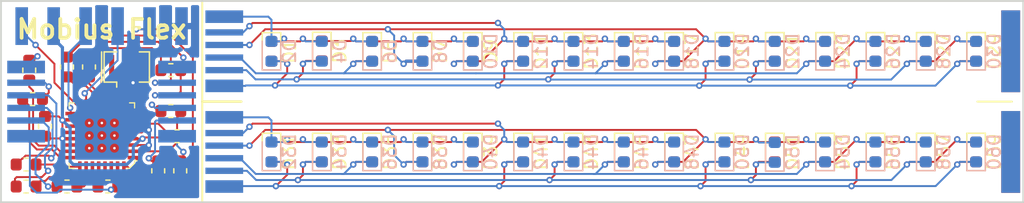
<source format=kicad_pcb>
(kicad_pcb (version 20171130) (host pcbnew "(5.0.2-4-gb601aea34)")
  (layers (0 F.Cu signal) (31 B.Cu signal) (34 B.Paste user) (35 F.Paste user) (36 B.SilkS user) (37 F.SilkS user hide) (38 B.Mask user) (39 F.Mask user) (44 Edge.Cuts user))
  (net 0 "")
  (net 1 D1)
  (net 2 D2)
  (net 3 D3)
  (net 4 D4)
  (net 5 D5)
  (net 6 D6)
  (net 7 +5V)
  (net 8 GND)
  (net 9 "Net-(U1-Pad7)")
  (net 10 "Net-(U1-Pad8)")
  (net 11 "Net-(U1-Pad12)")
  (net 12 "Net-(U1-Pad13)")
  (net 13 "Net-(U1-Pad14)")
  (net 14 "Net-(U1-Pad19)")
  (net 15 "Net-(U1-Pad22)")
  (net 16 "Net-(U1-Pad30)")
  (net 17 "Net-(U1-Pad31)")
  (net 18 MOSI)
  (net 19 MISO)
  (net 20 SCK)
  (net 21 RESET)
  (net 22 "Net-(D1-Pad1)")
  (net 23 "Net-(D17-Pad2)")
  (net 24 "Net-(D15-Pad2)")
  (net 25 "Net-(D13-Pad2)")
  (net 26 "Net-(D1-Pad2)")
  (net 27 "Net-(D10-Pad1)")
  (net 28 "Net-(J2-Pad6)")
  (net 29 "Net-(J2-Pad5)")
  (net 30 "Net-(J2-Pad4)")
  (net 31 "Net-(J2-Pad3)")
  (net 32 "Net-(J2-Pad2)")
  (net 33 "Net-(J2-Pad1)")
  (net 34 D12)
  (net 35 D11)
  (net 36 D10)
  (net 37 D8)
  (net 38 D7)
  (net 39 D9)
  (net 40 "Net-(J4-Pad1)")
  (net 41 "Net-(J4-Pad2)")
  (net 42 "Net-(J4-Pad3)")
  (net 43 "Net-(J4-Pad4)")
  (net 44 "Net-(J4-Pad5)")
  (net 45 "Net-(J4-Pad6)")
  (net 46 "Net-(D31-Pad1)")
  (net 47 "Net-(D39-Pad2)")
  (net 48 "Net-(D37-Pad2)")
  (net 49 "Net-(D35-Pad2)")
  (net 50 "Net-(D33-Pad2)")
  (net 51 "Net-(D31-Pad2)")
  (module charlieplex:QFN-32-1EP_5x5mm (layer F.Cu) (at 57.5 110.25 180)
    (fp_text reference U1 hide)
    (fp_text value ATmega328P-AU)
    (pad 32 smd rect (at -2.27 -2.925 90) (size 0.85 0.28) (layers F.Cu F.Paste F.Mask) (net 6 D6))
    (pad 31 smd rect (at -1.77 -2.925 90) (size 0.85 0.28) (layers F.Cu F.Paste F.Mask) (net 17 "Net-(U1-Pad31)"))
    (pad 30 smd rect (at -1.27 -2.925 90) (size 0.85 0.28) (layers F.Cu F.Paste F.Mask) (net 16 "Net-(U1-Pad30)"))
    (pad 29 smd rect (at -0.77 -2.925 90) (size 0.85 0.28) (layers F.Cu F.Paste F.Mask) (net 21 RESET))
    (pad 28 smd rect (at -0.27 -2.925 90) (size 0.85 0.28) (layers F.Cu F.Paste F.Mask) (net 34 D12))
    (pad 27 smd rect (at 0.23 -2.925 90) (size 0.85 0.28) (layers F.Cu F.Paste F.Mask) (net 35 D11))
    (pad 26 smd rect (at 0.73 -2.925 90) (size 0.85 0.28) (layers F.Cu F.Paste F.Mask) (net 36 D10))
    (pad 24 smd rect (at 1.955 -2.2 90) (size 0.28 0.85) (layers F.Cu F.Paste F.Mask) (net 37 D8))
    (pad 23 smd rect (at 1.955 -1.7 90) (size 0.28 0.85) (layers F.Cu F.Paste F.Mask) (net 38 D7))
    (pad 22 smd rect (at 1.955 -1.2 90) (size 0.28 0.85) (layers F.Cu F.Paste F.Mask) (net 15 "Net-(U1-Pad22)"))
    (pad 21 smd rect (at 1.955 -0.7 90) (size 0.28 0.85) (layers F.Cu F.Paste F.Mask) (net 8 GND))
    (pad 20 smd rect (at 1.955 -0.2 90) (size 0.28 0.85) (layers F.Cu F.Paste F.Mask) (net 7 +5V))
    (pad 19 smd rect (at 1.955 0.3 90) (size 0.28 0.85) (layers F.Cu F.Paste F.Mask) (net 14 "Net-(U1-Pad19)"))
    (pad 18 smd rect (at 1.955 0.8 90) (size 0.28 0.85) (layers F.Cu F.Paste F.Mask) (net 7 +5V))
    (pad 16 smd rect (at 1.23 2.025 90) (size 0.85 0.28) (layers F.Cu F.Paste F.Mask) (net 19 MISO))
    (pad 15 smd rect (at 0.73 2.025 90) (size 0.85 0.28) (layers F.Cu F.Paste F.Mask) (net 18 MOSI))
    (pad 14 smd rect (at 0.23 2.025 90) (size 0.85 0.28) (layers F.Cu F.Paste F.Mask) (net 13 "Net-(U1-Pad14)"))
    (pad 13 smd rect (at -0.27 2.025 90) (size 0.85 0.28) (layers F.Cu F.Paste F.Mask) (net 12 "Net-(U1-Pad13)"))
    (pad 12 smd rect (at -0.77 2.025 90) (size 0.85 0.28) (layers F.Cu F.Paste F.Mask) (net 11 "Net-(U1-Pad12)"))
    (pad 11 smd rect (at -1.27 2.025 90) (size 0.85 0.28) (layers F.Cu F.Paste F.Mask) (net 1 D1))
    (pad 10 smd rect (at -1.77 2.025 90) (size 0.85 0.28) (layers F.Cu F.Paste F.Mask) (net 2 D2))
    (pad 8 smd rect (at -2.995 1.3 90) (size 0.28 0.85) (layers F.Cu F.Paste F.Mask) (net 10 "Net-(U1-Pad8)"))
    (pad 7 smd rect (at -2.995 0.8 90) (size 0.28 0.85) (layers F.Cu F.Paste F.Mask) (net 9 "Net-(U1-Pad7)"))
    (pad 6 smd rect (at -2.995 0.3 90) (size 0.28 0.85) (layers F.Cu F.Paste F.Mask) (net 7 +5V))
    (pad 5 smd rect (at -2.995 -0.2 90) (size 0.28 0.85) (layers F.Cu F.Paste F.Mask) (net 8 GND))
    (pad 4 smd rect (at -2.995 -0.7 90) (size 0.28 0.85) (layers F.Cu F.Paste F.Mask) (net 7 +5V))
    (pad 3 smd rect (at -2.995 -1.2 90) (size 0.28 0.85) (layers F.Cu F.Paste F.Mask) (net 8 GND))
    (pad 2 smd rect (at -2.995 -1.7 90) (size 0.28 0.85) (layers F.Cu F.Paste F.Mask) (net 4 D4))
    (pad 1 smd rect (at -2.995 -2.2 90) (size 0.28 0.85) (layers F.Cu F.Paste F.Mask) (net 5 D5))
    (pad 33 thru_hole circle (at -1.52 0.55 90) (size 0.2 0.2) (drill 0.2) (layers *.Cu *.Mask))
    (pad 33 thru_hole circle (at -1.52 -0.45 90) (size 0.2 0.2) (drill 0.2) (layers *.Cu *.Mask))
    (pad 33 thru_hole circle (at -1.52 -1.45 90) (size 0.2 0.2) (drill 0.2) (layers *.Cu *.Mask))
    (pad 33 thru_hole circle (at -0.52 0.55 90) (size 0.2 0.2) (drill 0.2) (layers *.Cu *.Mask))
    (pad 33 thru_hole circle (at -0.52 -0.45 90) (size 0.2 0.2) (drill 0.2) (layers *.Cu *.Mask))
    (pad 33 thru_hole circle (at -0.52 -1.45 90) (size 0.2 0.2) (drill 0.2) (layers *.Cu *.Mask))
    (pad 33 thru_hole circle (at 0.48 0.55 90) (size 0.2 0.2) (drill 0.2) (layers *.Cu *.Mask))
    (pad 33 thru_hole circle (at 0.48 -0.45 90) (size 0.2 0.2) (drill 0.2) (layers *.Cu *.Mask))
    (pad 33 thru_hole circle (at 0.48 -1.45 90) (size 0.2 0.2) (drill 0.2) (layers *.Cu *.Mask))
    (pad 33 smd rect (at -0.52 -0.45 90) (size 3.45 3.45) (layers F.Cu F.Paste F.Mask))
    (pad 9 smd rect (at -2.27 2.025 90) (size 0.85 0.28) (layers F.Cu F.Paste F.Mask) (net 3 D3))
    (pad 17 smd rect (at 1.955 1.3 90) (size 0.28 0.85) (layers F.Cu F.Paste F.Mask) (net 20 SCK))
    (pad 25 smd rect (at 1.23 -2.925 90) (size 0.85 0.28) (layers F.Cu F.Paste F.Mask) (net 39 D9))
  )
  (module charlieplex:Lap_joint (layer F.Cu) (at 130.25 104 90)
    (fp_text reference REF** hide)
    (fp_text value Lap_joint)
    (pad 1 smd rect (at 0 0 90) (size 6.5 1.5) (layers B.Cu B.Paste B.Mask))
    (pad 1 smd rect (at 0 0 90) (size 6.5 1.5) (layers F.Cu F.Paste F.Mask))
  )
  (module charlieplex:Lap_joint (layer F.Cu) (at 130.25 112 90)
    (fp_text reference REF** hide)
    (fp_text value Lap_joint)
    (pad 1 smd rect (at 0 0 90) (size 6.5 1.5) (layers B.Cu B.Paste B.Mask))
    (pad 1 smd rect (at 0 0 90) (size 6.5 1.5) (layers F.Cu F.Paste F.Mask))
  )
  (module LED_SMD:LED_0603_1608Metric (layer F.Cu) (at 87.5 112 270)
    (fp_text reference D39 (at 0 -1.43 270) (layer F.SilkS))
    (fp_text value R)
    (pad 2 smd roundrect (at 0.7875 0 270) (size 0.875 0.95) (layers F.Cu F.Paste F.Mask) (net 47 "Net-(D39-Pad2)"))
    (pad 1 smd roundrect (at -0.7875 0 270) (size 0.875 0.95) (layers F.Cu F.Paste F.Mask) (net 46 "Net-(D31-Pad1)"))
  )
  (module LED_SMD:LED_0603_1608Metric (layer B.Cu) (at 127.5 112 90)
    (fp_text reference D60 (at 0 1.43 90) (layer B.SilkS) (effects (justify mirror)))
    (fp_text value R)
    (pad 1 smd roundrect (at -0.7875 0 90) (size 0.875 0.95) (layers B.Cu B.Paste B.Mask) (net 51 "Net-(D31-Pad2)"))
    (pad 2 smd roundrect (at 0.7875 0 90) (size 0.875 0.95) (layers B.Cu B.Paste B.Mask) (net 50 "Net-(D33-Pad2)"))
  )
  (module LED_SMD:LED_0603_1608Metric (layer F.Cu) (at 127.5 112 270)
    (fp_text reference D59 (at 0 -1.43 270) (layer F.SilkS))
    (fp_text value R)
    (pad 2 smd roundrect (at 0.7875 0 270) (size 0.875 0.95) (layers F.Cu F.Paste F.Mask) (net 51 "Net-(D31-Pad2)"))
    (pad 1 smd roundrect (at -0.7875 0 270) (size 0.875 0.95) (layers F.Cu F.Paste F.Mask) (net 50 "Net-(D33-Pad2)"))
  )
  (module LED_SMD:LED_0603_1608Metric (layer B.Cu) (at 123.5 112 90)
    (fp_text reference D58 (at 0 1.43 90) (layer B.SilkS) (effects (justify mirror)))
    (fp_text value R)
    (pad 1 smd roundrect (at -0.7875 0 90) (size 0.875 0.95) (layers B.Cu B.Paste B.Mask) (net 50 "Net-(D33-Pad2)"))
    (pad 2 smd roundrect (at 0.7875 0 90) (size 0.875 0.95) (layers B.Cu B.Paste B.Mask) (net 49 "Net-(D35-Pad2)"))
  )
  (module LED_SMD:LED_0603_1608Metric (layer F.Cu) (at 123.5 112 270)
    (fp_text reference D57 (at 0 -1.43 270) (layer F.SilkS))
    (fp_text value R)
    (pad 2 smd roundrect (at 0.7875 0 270) (size 0.875 0.95) (layers F.Cu F.Paste F.Mask) (net 50 "Net-(D33-Pad2)"))
    (pad 1 smd roundrect (at -0.7875 0 270) (size 0.875 0.95) (layers F.Cu F.Paste F.Mask) (net 49 "Net-(D35-Pad2)"))
  )
  (module LED_SMD:LED_0603_1608Metric (layer B.Cu) (at 119.5 112 90)
    (fp_text reference D56 (at 0 1.43 90) (layer B.SilkS) (effects (justify mirror)))
    (fp_text value R)
    (pad 1 smd roundrect (at -0.7875 0 90) (size 0.875 0.95) (layers B.Cu B.Paste B.Mask) (net 51 "Net-(D31-Pad2)"))
    (pad 2 smd roundrect (at 0.7875 0 90) (size 0.875 0.95) (layers B.Cu B.Paste B.Mask) (net 49 "Net-(D35-Pad2)"))
  )
  (module LED_SMD:LED_0603_1608Metric (layer F.Cu) (at 119.5 112 270)
    (fp_text reference D55 (at 0 -1.43 270) (layer F.SilkS))
    (fp_text value R)
    (pad 2 smd roundrect (at 0.7875 0 270) (size 0.875 0.95) (layers F.Cu F.Paste F.Mask) (net 51 "Net-(D31-Pad2)"))
    (pad 1 smd roundrect (at -0.7875 0 270) (size 0.875 0.95) (layers F.Cu F.Paste F.Mask) (net 49 "Net-(D35-Pad2)"))
  )
  (module LED_SMD:LED_0603_1608Metric (layer B.Cu) (at 115.5 112 90)
    (fp_text reference D54 (at 0 1.43 90) (layer B.SilkS) (effects (justify mirror)))
    (fp_text value R)
    (pad 1 smd roundrect (at -0.7875 0 90) (size 0.875 0.95) (layers B.Cu B.Paste B.Mask) (net 49 "Net-(D35-Pad2)"))
    (pad 2 smd roundrect (at 0.7875 0 90) (size 0.875 0.95) (layers B.Cu B.Paste B.Mask) (net 48 "Net-(D37-Pad2)"))
  )
  (module LED_SMD:LED_0603_1608Metric (layer F.Cu) (at 115.5 112 270)
    (fp_text reference D53 (at 0 -1.43 270) (layer F.SilkS))
    (fp_text value R)
    (pad 2 smd roundrect (at 0.7875 0 270) (size 0.875 0.95) (layers F.Cu F.Paste F.Mask) (net 49 "Net-(D35-Pad2)"))
    (pad 1 smd roundrect (at -0.7875 0 270) (size 0.875 0.95) (layers F.Cu F.Paste F.Mask) (net 48 "Net-(D37-Pad2)"))
  )
  (module LED_SMD:LED_0603_1608Metric (layer B.Cu) (at 111.5 112.0375 90)
    (fp_text reference D52 (at 0 1.43 90) (layer B.SilkS) (effects (justify mirror)))
    (fp_text value R)
    (pad 1 smd roundrect (at -0.7875 0 90) (size 0.875 0.95) (layers B.Cu B.Paste B.Mask) (net 50 "Net-(D33-Pad2)"))
    (pad 2 smd roundrect (at 0.7875 0 90) (size 0.875 0.95) (layers B.Cu B.Paste B.Mask) (net 48 "Net-(D37-Pad2)"))
  )
  (module LED_SMD:LED_0603_1608Metric (layer F.Cu) (at 111.5 112 270)
    (fp_text reference D51 (at 0 -1.43 270) (layer F.SilkS))
    (fp_text value R)
    (pad 2 smd roundrect (at 0.7875 0 270) (size 0.875 0.95) (layers F.Cu F.Paste F.Mask) (net 50 "Net-(D33-Pad2)"))
    (pad 1 smd roundrect (at -0.7875 0 270) (size 0.875 0.95) (layers F.Cu F.Paste F.Mask) (net 48 "Net-(D37-Pad2)"))
  )
  (module LED_SMD:LED_0603_1608Metric (layer B.Cu) (at 107.5 112 90)
    (fp_text reference D50 (at 0 1.43 90) (layer B.SilkS) (effects (justify mirror)))
    (fp_text value R)
    (pad 1 smd roundrect (at -0.7875 0 90) (size 0.875 0.95) (layers B.Cu B.Paste B.Mask) (net 51 "Net-(D31-Pad2)"))
    (pad 2 smd roundrect (at 0.7875 0 90) (size 0.875 0.95) (layers B.Cu B.Paste B.Mask) (net 48 "Net-(D37-Pad2)"))
  )
  (module LED_SMD:LED_0603_1608Metric (layer F.Cu) (at 107.5 112 270)
    (fp_text reference D49 (at 0 -1.43 270) (layer F.SilkS))
    (fp_text value R)
    (pad 2 smd roundrect (at 0.7875 0 270) (size 0.875 0.95) (layers F.Cu F.Paste F.Mask) (net 51 "Net-(D31-Pad2)"))
    (pad 1 smd roundrect (at -0.7875 0 270) (size 0.875 0.95) (layers F.Cu F.Paste F.Mask) (net 48 "Net-(D37-Pad2)"))
  )
  (module LED_SMD:LED_0603_1608Metric (layer B.Cu) (at 103.5 112 90)
    (fp_text reference D48 (at 0 1.43 90) (layer B.SilkS) (effects (justify mirror)))
    (fp_text value R)
    (pad 1 smd roundrect (at -0.7875 0 90) (size 0.875 0.95) (layers B.Cu B.Paste B.Mask) (net 48 "Net-(D37-Pad2)"))
    (pad 2 smd roundrect (at 0.7875 0 90) (size 0.875 0.95) (layers B.Cu B.Paste B.Mask) (net 47 "Net-(D39-Pad2)"))
  )
  (module LED_SMD:LED_0603_1608Metric (layer F.Cu) (at 103.5 112 270)
    (fp_text reference D47 (at 0 -1.43 270) (layer F.SilkS))
    (fp_text value R)
    (pad 2 smd roundrect (at 0.7875 0 270) (size 0.875 0.95) (layers F.Cu F.Paste F.Mask) (net 48 "Net-(D37-Pad2)"))
    (pad 1 smd roundrect (at -0.7875 0 270) (size 0.875 0.95) (layers F.Cu F.Paste F.Mask) (net 47 "Net-(D39-Pad2)"))
  )
  (module LED_SMD:LED_0603_1608Metric (layer B.Cu) (at 99.5 112 90)
    (fp_text reference D46 (at 0 1.43 90) (layer B.SilkS) (effects (justify mirror)))
    (fp_text value R)
    (pad 1 smd roundrect (at -0.7875 0 90) (size 0.875 0.95) (layers B.Cu B.Paste B.Mask) (net 49 "Net-(D35-Pad2)"))
    (pad 2 smd roundrect (at 0.7875 0 90) (size 0.875 0.95) (layers B.Cu B.Paste B.Mask) (net 47 "Net-(D39-Pad2)"))
  )
  (module LED_SMD:LED_0603_1608Metric (layer F.Cu) (at 99.5 112 270)
    (fp_text reference D45 (at 0 -1.43 270) (layer F.SilkS))
    (fp_text value R)
    (pad 2 smd roundrect (at 0.7875 0 270) (size 0.875 0.95) (layers F.Cu F.Paste F.Mask) (net 49 "Net-(D35-Pad2)"))
    (pad 1 smd roundrect (at -0.7875 0 270) (size 0.875 0.95) (layers F.Cu F.Paste F.Mask) (net 47 "Net-(D39-Pad2)"))
  )
  (module LED_SMD:LED_0603_1608Metric (layer B.Cu) (at 95.5 112 90)
    (fp_text reference D44 (at 0 1.43 90) (layer B.SilkS) (effects (justify mirror)))
    (fp_text value R)
    (pad 1 smd roundrect (at -0.7875 0 90) (size 0.875 0.95) (layers B.Cu B.Paste B.Mask) (net 50 "Net-(D33-Pad2)"))
    (pad 2 smd roundrect (at 0.7875 0 90) (size 0.875 0.95) (layers B.Cu B.Paste B.Mask) (net 47 "Net-(D39-Pad2)"))
  )
  (module LED_SMD:LED_0603_1608Metric (layer F.Cu) (at 95.5 112 270)
    (fp_text reference D43 (at 0 -1.43 270) (layer F.SilkS))
    (fp_text value R)
    (pad 2 smd roundrect (at 0.7875 0 270) (size 0.875 0.95) (layers F.Cu F.Paste F.Mask) (net 50 "Net-(D33-Pad2)"))
    (pad 1 smd roundrect (at -0.7875 0 270) (size 0.875 0.95) (layers F.Cu F.Paste F.Mask) (net 47 "Net-(D39-Pad2)"))
  )
  (module LED_SMD:LED_0603_1608Metric (layer B.Cu) (at 91.5 112 90)
    (fp_text reference D42 (at 0 1.43 90) (layer B.SilkS) (effects (justify mirror)))
    (fp_text value R)
    (pad 1 smd roundrect (at -0.7875 0 90) (size 0.875 0.95) (layers B.Cu B.Paste B.Mask) (net 51 "Net-(D31-Pad2)"))
    (pad 2 smd roundrect (at 0.7875 0 90) (size 0.875 0.95) (layers B.Cu B.Paste B.Mask) (net 47 "Net-(D39-Pad2)"))
  )
  (module LED_SMD:LED_0603_1608Metric (layer F.Cu) (at 91.5 112 270)
    (fp_text reference D41 (at 0 -1.43 270) (layer F.SilkS))
    (fp_text value R)
    (pad 2 smd roundrect (at 0.7875 0 270) (size 0.875 0.95) (layers F.Cu F.Paste F.Mask) (net 51 "Net-(D31-Pad2)"))
    (pad 1 smd roundrect (at -0.7875 0 270) (size 0.875 0.95) (layers F.Cu F.Paste F.Mask) (net 47 "Net-(D39-Pad2)"))
  )
  (module LED_SMD:LED_0603_1608Metric (layer B.Cu) (at 87.5 112 90)
    (fp_text reference D40 (at 0 1.43 90) (layer B.SilkS) (effects (justify mirror)))
    (fp_text value R)
    (pad 1 smd roundrect (at -0.7875 0 90) (size 0.875 0.95) (layers B.Cu B.Paste B.Mask) (net 47 "Net-(D39-Pad2)"))
    (pad 2 smd roundrect (at 0.7875 0 90) (size 0.875 0.95) (layers B.Cu B.Paste B.Mask) (net 46 "Net-(D31-Pad1)"))
  )
  (module LED_SMD:LED_0603_1608Metric (layer B.Cu) (at 83.5 112 90)
    (fp_text reference D38 (at 0 1.43 90) (layer B.SilkS) (effects (justify mirror)))
    (fp_text value R)
    (pad 2 smd roundrect (at 0.7875 0 90) (size 0.875 0.95) (layers B.Cu B.Paste B.Mask) (net 46 "Net-(D31-Pad1)"))
    (pad 1 smd roundrect (at -0.7875 0 90) (size 0.875 0.95) (layers B.Cu B.Paste B.Mask) (net 48 "Net-(D37-Pad2)"))
  )
  (module LED_SMD:LED_0603_1608Metric (layer F.Cu) (at 83.5 112 270)
    (fp_text reference D37 (at 0 -1.43 270) (layer F.SilkS))
    (fp_text value R)
    (pad 1 smd roundrect (at -0.7875 0 270) (size 0.875 0.95) (layers F.Cu F.Paste F.Mask) (net 46 "Net-(D31-Pad1)"))
    (pad 2 smd roundrect (at 0.7875 0 270) (size 0.875 0.95) (layers F.Cu F.Paste F.Mask) (net 48 "Net-(D37-Pad2)"))
  )
  (module LED_SMD:LED_0603_1608Metric (layer B.Cu) (at 79.5 112 90)
    (fp_text reference D36 (at 0 1.43 90) (layer B.SilkS) (effects (justify mirror)))
    (fp_text value R)
    (pad 2 smd roundrect (at 0.7875 0 90) (size 0.875 0.95) (layers B.Cu B.Paste B.Mask) (net 46 "Net-(D31-Pad1)"))
    (pad 1 smd roundrect (at -0.7875 0 90) (size 0.875 0.95) (layers B.Cu B.Paste B.Mask) (net 49 "Net-(D35-Pad2)"))
  )
  (module LED_SMD:LED_0603_1608Metric (layer F.Cu) (at 79.5 112 270)
    (fp_text reference D35 (at 0 -1.43 270) (layer F.SilkS))
    (fp_text value R)
    (pad 1 smd roundrect (at -0.7875 0 270) (size 0.875 0.95) (layers F.Cu F.Paste F.Mask) (net 46 "Net-(D31-Pad1)"))
    (pad 2 smd roundrect (at 0.7875 0 270) (size 0.875 0.95) (layers F.Cu F.Paste F.Mask) (net 49 "Net-(D35-Pad2)"))
  )
  (module LED_SMD:LED_0603_1608Metric (layer B.Cu) (at 75.5 112 90)
    (fp_text reference D34 (at 0 1.43 90) (layer B.SilkS) (effects (justify mirror)))
    (fp_text value R)
    (pad 2 smd roundrect (at 0.7875 0 90) (size 0.875 0.95) (layers B.Cu B.Paste B.Mask) (net 46 "Net-(D31-Pad1)"))
    (pad 1 smd roundrect (at -0.7875 0 90) (size 0.875 0.95) (layers B.Cu B.Paste B.Mask) (net 50 "Net-(D33-Pad2)"))
  )
  (module LED_SMD:LED_0603_1608Metric (layer F.Cu) (at 75.5 112 270)
    (fp_text reference D33 (at 0 -1.43 270) (layer F.SilkS))
    (fp_text value R)
    (pad 1 smd roundrect (at -0.7875 0 270) (size 0.875 0.95) (layers F.Cu F.Paste F.Mask) (net 46 "Net-(D31-Pad1)"))
    (pad 2 smd roundrect (at 0.7875 0 270) (size 0.875 0.95) (layers F.Cu F.Paste F.Mask) (net 50 "Net-(D33-Pad2)"))
  )
  (module LED_SMD:LED_0603_1608Metric (layer B.Cu) (at 71.5 112 90)
    (fp_text reference D32 (at 0 1.43 90) (layer B.SilkS) (effects (justify mirror)))
    (fp_text value R)
    (pad 2 smd roundrect (at 0.7875 0 90) (size 0.875 0.95) (layers B.Cu B.Paste B.Mask) (net 46 "Net-(D31-Pad1)"))
    (pad 1 smd roundrect (at -0.7875 0 90) (size 0.875 0.95) (layers B.Cu B.Paste B.Mask) (net 51 "Net-(D31-Pad2)"))
  )
  (module LED_SMD:LED_0603_1608Metric (layer F.Cu) (at 71.5 112 270)
    (fp_text reference D31 (at 0 -1.43 270) (layer F.SilkS))
    (fp_text value R)
    (pad 1 smd roundrect (at -0.7875 0 270) (size 0.875 0.95) (layers F.Cu F.Paste F.Mask) (net 46 "Net-(D31-Pad1)"))
    (pad 2 smd roundrect (at 0.7875 0 270) (size 0.875 0.95) (layers F.Cu F.Paste F.Mask) (net 51 "Net-(D31-Pad2)"))
  )
  (module charlieplex:charlie_6pin (layer B.Cu) (at 67.75 112 270)
    (fp_text reference J5 hide)
    (fp_text value pads)
    (pad 1 smd rect (at -2.75 0 270) (size 1 3) (layers B.Cu B.Paste B.Mask) (net 46 "Net-(D31-Pad1)"))
    (pad 2 smd rect (at -1.5 0 270) (size 0.5 3) (layers B.Cu B.Paste B.Mask) (net 47 "Net-(D39-Pad2)"))
    (pad 3 smd rect (at -0.5 0 270) (size 0.5 3) (layers B.Cu B.Paste B.Mask) (net 48 "Net-(D37-Pad2)"))
    (pad 4 smd rect (at 0.5 0 270) (size 0.5 3) (layers B.Cu B.Paste B.Mask) (net 49 "Net-(D35-Pad2)"))
    (pad 5 smd rect (at 1.5 0 270) (size 0.5 3) (layers B.Cu B.Paste B.Mask) (net 50 "Net-(D33-Pad2)"))
    (pad 6 smd rect (at 2.75 0 270) (size 1 3) (layers B.Cu B.Paste B.Mask) (net 51 "Net-(D31-Pad2)"))
  )
  (module charlieplex:charlie_6pin (layer B.Cu) (at 67.75 104 270)
    (fp_text reference J3 hide)
    (fp_text value pads)
    (pad 6 smd rect (at 2.75 0 270) (size 1 3) (layers B.Cu B.Paste B.Mask) (net 26 "Net-(D1-Pad2)"))
    (pad 5 smd rect (at 1.5 0 270) (size 0.5 3) (layers B.Cu B.Paste B.Mask) (net 25 "Net-(D13-Pad2)"))
    (pad 4 smd rect (at 0.5 0 270) (size 0.5 3) (layers B.Cu B.Paste B.Mask) (net 24 "Net-(D15-Pad2)"))
    (pad 3 smd rect (at -0.5 0 270) (size 0.5 3) (layers B.Cu B.Paste B.Mask) (net 23 "Net-(D17-Pad2)"))
    (pad 2 smd rect (at -1.5 0 270) (size 0.5 3) (layers B.Cu B.Paste B.Mask) (net 27 "Net-(D10-Pad1)"))
    (pad 1 smd rect (at -2.75 0 270) (size 1 3) (layers B.Cu B.Paste B.Mask) (net 22 "Net-(D1-Pad1)"))
  )
  (module Crystal:Resonator_SMD_muRata_CSTxExxV-3Pin_3.0x1.1mm (layer F.Cu) (at 60 105.25)
    (fp_text reference Y1 hide)
    (fp_text value Resonator_Small)
    (pad 3 smd rect (at 1.2 0) (size 0.4 1.9) (layers F.Cu F.Paste F.Mask) (net 9 "Net-(U1-Pad7)"))
    (pad 2 smd rect (at 0 0) (size 0.4 1.9) (layers F.Cu F.Paste F.Mask) (net 8 GND))
    (pad 1 smd rect (at -1.2 0) (size 0.4 1.9) (layers F.Cu F.Paste F.Mask) (net 10 "Net-(U1-Pad8)"))
  )
  (module charlieplex:icsp_edge (layer B.Cu) (at 58 102)
    (fp_text reference J1 hide)
    (fp_text value AVR-ISP-6)
    (pad 6 smd rect (at 6.35 0) (size 1 3) (layers B.Cu B.Paste B.Mask) (net 8 GND))
    (pad 5 smd rect (at 3.81 0) (size 1 3) (layers B.Cu B.Paste B.Mask) (net 21 RESET))
    (pad 4 smd rect (at 1.27 0) (size 1 3) (layers B.Cu B.Paste B.Mask) (net 18 MOSI))
    (pad 3 smd rect (at -1.27 0) (size 1 3) (layers B.Cu B.Paste B.Mask) (net 20 SCK))
    (pad 2 smd rect (at -3.81 0) (size 1 3) (layers B.Cu B.Paste B.Mask) (net 7 +5V))
    (pad 1 smd rect (at -6.35 0) (size 1 3) (layers B.Cu B.Paste B.Mask) (net 19 MISO))
  )
  (module charlieplex:charlie_6pin (layer B.Cu) (at 64 108 270)
    (fp_text reference J2 hide)
    (fp_text value pads)
    (pad 6 smd rect (at 2.75 0 270) (size 1 3) (layers B.Cu B.Paste B.Mask) (net 28 "Net-(J2-Pad6)"))
    (pad 5 smd rect (at 1.5 0 270) (size 0.5 3) (layers B.Cu B.Paste B.Mask) (net 29 "Net-(J2-Pad5)"))
    (pad 4 smd rect (at 0.5 0 270) (size 0.5 3) (layers B.Cu B.Paste B.Mask) (net 30 "Net-(J2-Pad4)"))
    (pad 3 smd rect (at -0.5 0 270) (size 0.5 3) (layers B.Cu B.Paste B.Mask) (net 31 "Net-(J2-Pad3)"))
    (pad 2 smd rect (at -1.5 0 270) (size 0.5 3) (layers B.Cu B.Paste B.Mask) (net 32 "Net-(J2-Pad2)"))
    (pad 1 smd rect (at -2.75 0 270) (size 1 3) (layers B.Cu B.Paste B.Mask) (net 33 "Net-(J2-Pad1)"))
  )
  (module charlieplex:charlie_6pin (layer B.Cu) (at 52 108 270)
    (fp_text reference J4 hide)
    (fp_text value pads)
    (pad 1 smd rect (at -2.75 0 270) (size 1 3) (layers B.Cu B.Paste B.Mask) (net 40 "Net-(J4-Pad1)"))
    (pad 2 smd rect (at -1.5 0 270) (size 0.5 3) (layers B.Cu B.Paste B.Mask) (net 41 "Net-(J4-Pad2)"))
    (pad 3 smd rect (at -0.5 0 270) (size 0.5 3) (layers B.Cu B.Paste B.Mask) (net 42 "Net-(J4-Pad3)"))
    (pad 4 smd rect (at 0.5 0 270) (size 0.5 3) (layers B.Cu B.Paste B.Mask) (net 43 "Net-(J4-Pad4)"))
    (pad 5 smd rect (at 1.5 0 270) (size 0.5 3) (layers B.Cu B.Paste B.Mask) (net 44 "Net-(J4-Pad5)"))
    (pad 6 smd rect (at 2.75 0 270) (size 1 3) (layers B.Cu B.Paste B.Mask) (net 45 "Net-(J4-Pad6)"))
  )
  (module LED_SMD:LED_0603_1608Metric (layer B.Cu) (at 75.5 104 90)
    (fp_text reference D4 (at 0 1.43 90) (layer B.SilkS) (effects (justify mirror)))
    (fp_text value R)
    (pad 1 smd roundrect (at -0.7875 0 90) (size 0.875 0.95) (layers B.Cu B.Paste B.Mask) (net 25 "Net-(D13-Pad2)"))
    (pad 2 smd roundrect (at 0.7875 0 90) (size 0.875 0.95) (layers B.Cu B.Paste B.Mask) (net 22 "Net-(D1-Pad1)"))
  )
  (module Resistor_SMD:R_0603_1608Metric (layer F.Cu) (at 52.25 105.5 270)
    (fp_text reference R8 hide)
    (fp_text value R_Small)
    (pad 2 smd roundrect (at 0.7875 0 270) (size 0.875 0.95) (layers F.Cu F.Paste F.Mask) (net 38 D7))
    (pad 1 smd roundrect (at -0.7875 0 270) (size 0.875 0.95) (layers F.Cu F.Paste F.Mask) (net 40 "Net-(J4-Pad1)"))
  )
  (module Resistor_SMD:R_0603_1608Metric (layer F.Cu) (at 52.5125 107.8 180)
    (fp_text reference R9 hide)
    (fp_text value R_Small)
    (pad 1 smd roundrect (at -0.7875 0 180) (size 0.875 0.95) (layers F.Cu F.Paste F.Mask) (net 41 "Net-(J4-Pad2)"))
    (pad 2 smd roundrect (at 0.7875 0 180) (size 0.875 0.95) (layers F.Cu F.Paste F.Mask) (net 37 D8))
  )
  (module Resistor_SMD:R_0603_1608Metric (layer F.Cu) (at 52 113)
    (fp_text reference R10 hide)
    (fp_text value R_Small)
    (pad 2 smd roundrect (at 0.7875 0) (size 0.875 0.95) (layers F.Cu F.Paste F.Mask) (net 39 D9))
    (pad 1 smd roundrect (at -0.7875 0) (size 0.875 0.95) (layers F.Cu F.Paste F.Mask) (net 42 "Net-(J4-Pad3)"))
  )
  (module Resistor_SMD:R_0603_1608Metric (layer F.Cu) (at 52 114.75)
    (fp_text reference R11 hide)
    (fp_text value R_Small)
    (pad 1 smd roundrect (at -0.7875 0) (size 0.875 0.95) (layers F.Cu F.Paste F.Mask) (net 43 "Net-(J4-Pad4)"))
    (pad 2 smd roundrect (at 0.7875 0) (size 0.875 0.95) (layers F.Cu F.Paste F.Mask) (net 36 D10))
  )
  (module Resistor_SMD:R_0603_1608Metric (layer F.Cu) (at 55.25 114.75)
    (fp_text reference R12 hide)
    (fp_text value R_Small)
    (pad 2 smd roundrect (at 0.7875 0) (size 0.875 0.95) (layers F.Cu F.Paste F.Mask) (net 35 D11))
    (pad 1 smd roundrect (at -0.7875 0) (size 0.875 0.95) (layers F.Cu F.Paste F.Mask) (net 44 "Net-(J4-Pad5)"))
  )
  (module Resistor_SMD:R_0603_1608Metric (layer F.Cu) (at 58.5 114.75 180)
    (fp_text reference R13 hide)
    (fp_text value R_Small)
    (pad 1 smd roundrect (at -0.7875 0 180) (size 0.875 0.95) (layers F.Cu F.Paste F.Mask) (net 45 "Net-(J4-Pad6)"))
    (pad 2 smd roundrect (at 0.7875 0 180) (size 0.875 0.95) (layers F.Cu F.Paste F.Mask) (net 34 D12))
  )
  (module LED_SMD:LED_0603_1608Metric (layer B.Cu) (at 107.5 104 90)
    (fp_text reference D20 (at 0 1.43 90) (layer B.SilkS) (effects (justify mirror)))
    (fp_text value R)
    (pad 2 smd roundrect (at 0.7875 0 90) (size 0.875 0.95) (layers B.Cu B.Paste B.Mask) (net 23 "Net-(D17-Pad2)"))
    (pad 1 smd roundrect (at -0.7875 0 90) (size 0.875 0.95) (layers B.Cu B.Paste B.Mask) (net 26 "Net-(D1-Pad2)"))
  )
  (module LED_SMD:LED_0603_1608Metric (layer B.Cu) (at 71.5 104 90)
    (fp_text reference D2 (at 0 1.43 90) (layer B.SilkS) (effects (justify mirror)))
    (fp_text value R)
    (pad 2 smd roundrect (at 0.7875 0 90) (size 0.875 0.95) (layers B.Cu B.Paste B.Mask) (net 22 "Net-(D1-Pad1)"))
    (pad 1 smd roundrect (at -0.7875 0 90) (size 0.875 0.95) (layers B.Cu B.Paste B.Mask) (net 26 "Net-(D1-Pad2)"))
  )
  (module LED_SMD:LED_0603_1608Metric (layer B.Cu) (at 79.5 104 90)
    (fp_text reference D6 (at 0 1.43 90) (layer B.SilkS) (effects (justify mirror)))
    (fp_text value R)
    (pad 2 smd roundrect (at 0.7875 0 90) (size 0.875 0.95) (layers B.Cu B.Paste B.Mask) (net 22 "Net-(D1-Pad1)"))
    (pad 1 smd roundrect (at -0.7875 0 90) (size 0.875 0.95) (layers B.Cu B.Paste B.Mask) (net 24 "Net-(D15-Pad2)"))
  )
  (module LED_SMD:LED_0603_1608Metric (layer B.Cu) (at 127.5 104 90)
    (fp_text reference D30 (at 0 1.43 90) (layer B.SilkS) (effects (justify mirror)))
    (fp_text value R)
    (pad 2 smd roundrect (at 0.7875 0 90) (size 0.875 0.95) (layers B.Cu B.Paste B.Mask) (net 25 "Net-(D13-Pad2)"))
    (pad 1 smd roundrect (at -0.7875 0 90) (size 0.875 0.95) (layers B.Cu B.Paste B.Mask) (net 26 "Net-(D1-Pad2)"))
  )
  (module LED_SMD:LED_0603_1608Metric (layer B.Cu) (at 123.5 104 90)
    (fp_text reference D28 (at 0 1.43 90) (layer B.SilkS) (effects (justify mirror)))
    (fp_text value R)
    (pad 2 smd roundrect (at 0.7875 0 90) (size 0.875 0.95) (layers B.Cu B.Paste B.Mask) (net 24 "Net-(D15-Pad2)"))
    (pad 1 smd roundrect (at -0.7875 0 90) (size 0.875 0.95) (layers B.Cu B.Paste B.Mask) (net 25 "Net-(D13-Pad2)"))
  )
  (module LED_SMD:LED_0603_1608Metric (layer B.Cu) (at 119.5 104 90)
    (fp_text reference D26 (at 0 1.43 90) (layer B.SilkS) (effects (justify mirror)))
    (fp_text value R)
    (pad 2 smd roundrect (at 0.7875 0 90) (size 0.875 0.95) (layers B.Cu B.Paste B.Mask) (net 24 "Net-(D15-Pad2)"))
    (pad 1 smd roundrect (at -0.7875 0 90) (size 0.875 0.95) (layers B.Cu B.Paste B.Mask) (net 26 "Net-(D1-Pad2)"))
  )
  (module LED_SMD:LED_0603_1608Metric (layer B.Cu) (at 115.5 104 90)
    (fp_text reference D24 (at 0 1.43 90) (layer B.SilkS) (effects (justify mirror)))
    (fp_text value R)
    (pad 2 smd roundrect (at 0.7875 0 90) (size 0.875 0.95) (layers B.Cu B.Paste B.Mask) (net 23 "Net-(D17-Pad2)"))
    (pad 1 smd roundrect (at -0.7875 0 90) (size 0.875 0.95) (layers B.Cu B.Paste B.Mask) (net 24 "Net-(D15-Pad2)"))
  )
  (module LED_SMD:LED_0603_1608Metric (layer B.Cu) (at 111.5 104 90)
    (fp_text reference D22 (at 0 1.43 90) (layer B.SilkS) (effects (justify mirror)))
    (fp_text value R)
    (pad 2 smd roundrect (at 0.7875 0 90) (size 0.875 0.95) (layers B.Cu B.Paste B.Mask) (net 23 "Net-(D17-Pad2)"))
    (pad 1 smd roundrect (at -0.7875 0 90) (size 0.875 0.95) (layers B.Cu B.Paste B.Mask) (net 25 "Net-(D13-Pad2)"))
  )
  (module LED_SMD:LED_0603_1608Metric (layer B.Cu) (at 83.5 104 90)
    (fp_text reference D8 (at 0 1.43 90) (layer B.SilkS) (effects (justify mirror)))
    (fp_text value R)
    (pad 2 smd roundrect (at 0.7875 0 90) (size 0.875 0.95) (layers B.Cu B.Paste B.Mask) (net 22 "Net-(D1-Pad1)"))
    (pad 1 smd roundrect (at -0.7875 0 90) (size 0.875 0.95) (layers B.Cu B.Paste B.Mask) (net 23 "Net-(D17-Pad2)"))
  )
  (module LED_SMD:LED_0603_1608Metric (layer B.Cu) (at 103.5 104 90)
    (fp_text reference D18 (at 0 1.43 90) (layer B.SilkS) (effects (justify mirror)))
    (fp_text value R)
    (pad 2 smd roundrect (at 0.7875 0 90) (size 0.875 0.95) (layers B.Cu B.Paste B.Mask) (net 27 "Net-(D10-Pad1)"))
    (pad 1 smd roundrect (at -0.7875 0 90) (size 0.875 0.95) (layers B.Cu B.Paste B.Mask) (net 23 "Net-(D17-Pad2)"))
  )
  (module LED_SMD:LED_0603_1608Metric (layer B.Cu) (at 99.5 104 90)
    (fp_text reference D16 (at 0 1.43 90) (layer B.SilkS) (effects (justify mirror)))
    (fp_text value R)
    (pad 2 smd roundrect (at 0.7875 0 90) (size 0.875 0.95) (layers B.Cu B.Paste B.Mask) (net 27 "Net-(D10-Pad1)"))
    (pad 1 smd roundrect (at -0.7875 0 90) (size 0.875 0.95) (layers B.Cu B.Paste B.Mask) (net 24 "Net-(D15-Pad2)"))
  )
  (module LED_SMD:LED_0603_1608Metric (layer B.Cu) (at 95.5 104 90)
    (fp_text reference D14 (at 0 1.43 90) (layer B.SilkS) (effects (justify mirror)))
    (fp_text value R)
    (pad 2 smd roundrect (at 0.7875 0 90) (size 0.875 0.95) (layers B.Cu B.Paste B.Mask) (net 27 "Net-(D10-Pad1)"))
    (pad 1 smd roundrect (at -0.7875 0 90) (size 0.875 0.95) (layers B.Cu B.Paste B.Mask) (net 25 "Net-(D13-Pad2)"))
  )
  (module LED_SMD:LED_0603_1608Metric (layer B.Cu) (at 91.5 104 90)
    (fp_text reference D12 (at 0 1.43 90) (layer B.SilkS) (effects (justify mirror)))
    (fp_text value R)
    (pad 2 smd roundrect (at 0.7875 0 90) (size 0.875 0.95) (layers B.Cu B.Paste B.Mask) (net 27 "Net-(D10-Pad1)"))
    (pad 1 smd roundrect (at -0.7875 0 90) (size 0.875 0.95) (layers B.Cu B.Paste B.Mask) (net 26 "Net-(D1-Pad2)"))
  )
  (module LED_SMD:LED_0603_1608Metric (layer B.Cu) (at 87.5 104 90)
    (fp_text reference D10 (at 0 1.43 90) (layer B.SilkS) (effects (justify mirror)))
    (fp_text value R)
    (pad 2 smd roundrect (at 0.7875 0 90) (size 0.875 0.95) (layers B.Cu B.Paste B.Mask) (net 22 "Net-(D1-Pad1)"))
    (pad 1 smd roundrect (at -0.7875 0 90) (size 0.875 0.95) (layers B.Cu B.Paste B.Mask) (net 27 "Net-(D10-Pad1)"))
  )
  (module LED_SMD:LED_0603_1608Metric (layer F.Cu) (at 127.5 104 270)
    (fp_text reference D29 (at 0 -1.43 270) (layer F.SilkS))
    (fp_text value R)
    (pad 2 smd roundrect (at 0.7875 0 270) (size 0.875 0.95) (layers F.Cu F.Paste F.Mask) (net 26 "Net-(D1-Pad2)"))
    (pad 1 smd roundrect (at -0.7875 0 270) (size 0.875 0.95) (layers F.Cu F.Paste F.Mask) (net 25 "Net-(D13-Pad2)"))
  )
  (module LED_SMD:LED_0603_1608Metric (layer F.Cu) (at 123.5 104 270)
    (fp_text reference D27 (at 0 -1.43 270) (layer F.SilkS))
    (fp_text value R)
    (pad 2 smd roundrect (at 0.7875 0 270) (size 0.875 0.95) (layers F.Cu F.Paste F.Mask) (net 25 "Net-(D13-Pad2)"))
    (pad 1 smd roundrect (at -0.7875 0 270) (size 0.875 0.95) (layers F.Cu F.Paste F.Mask) (net 24 "Net-(D15-Pad2)"))
  )
  (module LED_SMD:LED_0603_1608Metric (layer F.Cu) (at 119.5 104 270)
    (fp_text reference D25 (at 0 -1.43 270) (layer F.SilkS))
    (fp_text value R)
    (pad 2 smd roundrect (at 0.7875 0 270) (size 0.875 0.95) (layers F.Cu F.Paste F.Mask) (net 26 "Net-(D1-Pad2)"))
    (pad 1 smd roundrect (at -0.7875 0 270) (size 0.875 0.95) (layers F.Cu F.Paste F.Mask) (net 24 "Net-(D15-Pad2)"))
  )
  (module LED_SMD:LED_0603_1608Metric (layer F.Cu) (at 115.5 104 270)
    (fp_text reference D23 (at 0 -1.43 270) (layer F.SilkS))
    (fp_text value R)
    (pad 2 smd roundrect (at 0.7875 0 270) (size 0.875 0.95) (layers F.Cu F.Paste F.Mask) (net 24 "Net-(D15-Pad2)"))
    (pad 1 smd roundrect (at -0.7875 0 270) (size 0.875 0.95) (layers F.Cu F.Paste F.Mask) (net 23 "Net-(D17-Pad2)"))
  )
  (module LED_SMD:LED_0603_1608Metric (layer F.Cu) (at 111.5 104 270)
    (fp_text reference D21 (at 0 -1.43 270) (layer F.SilkS))
    (fp_text value R)
    (pad 2 smd roundrect (at 0.7875 0 270) (size 0.875 0.95) (layers F.Cu F.Paste F.Mask) (net 25 "Net-(D13-Pad2)"))
    (pad 1 smd roundrect (at -0.7875 0 270) (size 0.875 0.95) (layers F.Cu F.Paste F.Mask) (net 23 "Net-(D17-Pad2)"))
  )
  (module LED_SMD:LED_0603_1608Metric (layer F.Cu) (at 107.5 104 270)
    (fp_text reference D19 (at 0 -1.43 270) (layer F.SilkS))
    (fp_text value R)
    (pad 2 smd roundrect (at 0.7875 0 270) (size 0.875 0.95) (layers F.Cu F.Paste F.Mask) (net 26 "Net-(D1-Pad2)"))
    (pad 1 smd roundrect (at -0.7875 0 270) (size 0.875 0.95) (layers F.Cu F.Paste F.Mask) (net 23 "Net-(D17-Pad2)"))
  )
  (module LED_SMD:LED_0603_1608Metric (layer F.Cu) (at 103.5 104 270)
    (fp_text reference D17 (at 0 -1.43 270) (layer F.SilkS))
    (fp_text value R)
    (pad 2 smd roundrect (at 0.7875 0 270) (size 0.875 0.95) (layers F.Cu F.Paste F.Mask) (net 23 "Net-(D17-Pad2)"))
    (pad 1 smd roundrect (at -0.7875 0 270) (size 0.875 0.95) (layers F.Cu F.Paste F.Mask) (net 27 "Net-(D10-Pad1)"))
  )
  (module LED_SMD:LED_0603_1608Metric (layer F.Cu) (at 99.5 104 270)
    (fp_text reference D15 (at 0 -1.43 270) (layer F.SilkS))
    (fp_text value R)
    (pad 2 smd roundrect (at 0.7875 0 270) (size 0.875 0.95) (layers F.Cu F.Paste F.Mask) (net 24 "Net-(D15-Pad2)"))
    (pad 1 smd roundrect (at -0.7875 0 270) (size 0.875 0.95) (layers F.Cu F.Paste F.Mask) (net 27 "Net-(D10-Pad1)"))
  )
  (module LED_SMD:LED_0603_1608Metric (layer F.Cu) (at 95.5 104 270)
    (fp_text reference D13 (at 0 -1.43 270) (layer F.SilkS))
    (fp_text value R)
    (pad 2 smd roundrect (at 0.7875 0 270) (size 0.875 0.95) (layers F.Cu F.Paste F.Mask) (net 25 "Net-(D13-Pad2)"))
    (pad 1 smd roundrect (at -0.7875 0 270) (size 0.875 0.95) (layers F.Cu F.Paste F.Mask) (net 27 "Net-(D10-Pad1)"))
  )
  (module LED_SMD:LED_0603_1608Metric (layer F.Cu) (at 91.5 104 270)
    (fp_text reference D11 (at 0 -1.43 270) (layer F.SilkS))
    (fp_text value R)
    (pad 2 smd roundrect (at 0.7875 0 270) (size 0.875 0.95) (layers F.Cu F.Paste F.Mask) (net 26 "Net-(D1-Pad2)"))
    (pad 1 smd roundrect (at -0.7875 0 270) (size 0.875 0.95) (layers F.Cu F.Paste F.Mask) (net 27 "Net-(D10-Pad1)"))
  )
  (module LED_SMD:LED_0603_1608Metric (layer F.Cu) (at 87.5 104 270)
    (fp_text reference D9 (at 0 -1.43 270) (layer F.SilkS))
    (fp_text value R)
    (pad 2 smd roundrect (at 0.7875 0 270) (size 0.875 0.95) (layers F.Cu F.Paste F.Mask) (net 27 "Net-(D10-Pad1)"))
    (pad 1 smd roundrect (at -0.7875 0 270) (size 0.875 0.95) (layers F.Cu F.Paste F.Mask) (net 22 "Net-(D1-Pad1)"))
  )
  (module LED_SMD:LED_0603_1608Metric (layer F.Cu) (at 83.5 104 270)
    (fp_text reference D7 (at 0 -1.43 270) (layer F.SilkS))
    (fp_text value R)
    (pad 2 smd roundrect (at 0.7875 0 270) (size 0.875 0.95) (layers F.Cu F.Paste F.Mask) (net 23 "Net-(D17-Pad2)"))
    (pad 1 smd roundrect (at -0.7875 0 270) (size 0.875 0.95) (layers F.Cu F.Paste F.Mask) (net 22 "Net-(D1-Pad1)"))
  )
  (module LED_SMD:LED_0603_1608Metric (layer F.Cu) (at 79.5 104 270)
    (fp_text reference D5 (at 0 -1.43 270) (layer F.SilkS))
    (fp_text value R)
    (pad 2 smd roundrect (at 0.7875 0 270) (size 0.875 0.95) (layers F.Cu F.Paste F.Mask) (net 24 "Net-(D15-Pad2)"))
    (pad 1 smd roundrect (at -0.7875 0 270) (size 0.875 0.95) (layers F.Cu F.Paste F.Mask) (net 22 "Net-(D1-Pad1)"))
  )
  (module LED_SMD:LED_0603_1608Metric (layer F.Cu) (at 75.5 103.975 270)
    (fp_text reference D3 (at 0 -1.43 270) (layer F.SilkS))
    (fp_text value R)
    (pad 2 smd roundrect (at 0.7875 0 270) (size 0.875 0.95) (layers F.Cu F.Paste F.Mask) (net 25 "Net-(D13-Pad2)"))
    (pad 1 smd roundrect (at -0.7875 0 270) (size 0.875 0.95) (layers F.Cu F.Paste F.Mask) (net 22 "Net-(D1-Pad1)"))
  )
  (module LED_SMD:LED_0603_1608Metric (layer F.Cu) (at 71.5 104 270)
    (fp_text reference D1 (at 0 -1.43 270) (layer F.SilkS))
    (fp_text value R)
    (pad 2 smd roundrect (at 0.7875 0 270) (size 0.875 0.95) (layers F.Cu F.Paste F.Mask) (net 26 "Net-(D1-Pad2)"))
    (pad 1 smd roundrect (at -0.7875 0 270) (size 0.875 0.95) (layers F.Cu F.Paste F.Mask) (net 22 "Net-(D1-Pad1)"))
  )
  (module Capacitor_SMD:C_0603_1608Metric (layer F.Cu) (at 53.5 109.9625 270)
    (fp_text reference C1 hide)
    (fp_text value C_Small)
    (pad 2 smd roundrect (at 0.7875 0 270) (size 0.875 0.95) (layers F.Cu F.Paste F.Mask) (net 8 GND))
    (pad 1 smd roundrect (at -0.7875 0 270) (size 0.875 0.95) (layers F.Cu F.Paste F.Mask) (net 7 +5V))
  )
  (module Resistor_SMD:R_0603_1608Metric (layer F.Cu) (at 64 110.75 180)
    (fp_text reference R7 hide)
    (fp_text value R_Small)
    (pad 2 smd roundrect (at 0.7875 0 180) (size 0.875 0.95) (layers F.Cu F.Paste F.Mask) (net 7 +5V))
    (pad 1 smd roundrect (at -0.7875 0 180) (size 0.875 0.95) (layers F.Cu F.Paste F.Mask) (net 21 RESET))
  )
  (module Resistor_SMD:R_0603_1608Metric (layer F.Cu) (at 64.25 113.5 270)
    (fp_text reference R6 hide)
    (fp_text value R_Small)
    (pad 2 smd roundrect (at 0.7875 0 270) (size 0.875 0.95) (layers F.Cu F.Paste F.Mask) (net 6 D6))
    (pad 1 smd roundrect (at -0.7875 0 270) (size 0.875 0.95) (layers F.Cu F.Paste F.Mask) (net 28 "Net-(J2-Pad6)"))
  )
  (module Resistor_SMD:R_0603_1608Metric (layer F.Cu) (at 62.5 113.5 270)
    (fp_text reference R5 hide)
    (fp_text value R_Small)
    (pad 2 smd roundrect (at 0.7875 0 270) (size 0.875 0.95) (layers F.Cu F.Paste F.Mask) (net 5 D5))
    (pad 1 smd roundrect (at -0.7875 0 270) (size 0.875 0.95) (layers F.Cu F.Paste F.Mask) (net 29 "Net-(J2-Pad5)"))
  )
  (module Resistor_SMD:R_0603_1608Metric (layer F.Cu) (at 63.5 108.75)
    (fp_text reference R4 hide)
    (fp_text value R_Small)
    (pad 2 smd roundrect (at 0.7875 0) (size 0.875 0.95) (layers F.Cu F.Paste F.Mask) (net 4 D4))
    (pad 1 smd roundrect (at -0.7875 0) (size 0.875 0.95) (layers F.Cu F.Paste F.Mask) (net 30 "Net-(J2-Pad4)"))
  )
  (module Resistor_SMD:R_0603_1608Metric (layer F.Cu) (at 63.5 105.5 180)
    (fp_text reference R3 hide)
    (fp_text value R_Small)
    (pad 2 smd roundrect (at 0.7875 0 180) (size 0.875 0.95) (layers F.Cu F.Paste F.Mask) (net 3 D3))
    (pad 1 smd roundrect (at -0.7875 0 180) (size 0.875 0.95) (layers F.Cu F.Paste F.Mask) (net 31 "Net-(J2-Pad3)"))
  )
  (module Resistor_SMD:R_0603_1608Metric (layer F.Cu) (at 57 105.25 270)
    (fp_text reference R2 hide)
    (fp_text value R_Small)
    (pad 2 smd roundrect (at 0.7875 0 270) (size 0.875 0.95) (layers F.Cu F.Paste F.Mask) (net 2 D2))
    (pad 1 smd roundrect (at -0.7875 0 270) (size 0.875 0.95) (layers F.Cu F.Paste F.Mask) (net 32 "Net-(J2-Pad2)"))
  )
  (module Resistor_SMD:R_0603_1608Metric (layer F.Cu) (at 55.25 105.25 270)
    (fp_text reference R1 hide)
    (fp_text value R_Small)
    (pad 2 smd roundrect (at 0.7875 0 270) (size 0.875 0.95) (layers F.Cu F.Paste F.Mask) (net 1 D1))
    (pad 1 smd roundrect (at -0.7875 0 270) (size 0.875 0.95) (layers F.Cu F.Paste F.Mask) (net 33 "Net-(J2-Pad1)"))
  )
  (gr_text "Mobius Flex" (at 58 102.25) (layer F.SilkS) (effects (font (size 1.5 1.5) (thickness 0.3))))
  (gr_line (start 66 108) (end 69.1 108) (layer F.SilkS) (width 0.2))
  (gr_line (start 127.6 108) (end 130.35 108) (layer F.SilkS) (width 0.15))
  (gr_line (start 66 100) (end 66 116) (layer F.SilkS) (width 0.15))
  (gr_line (start 50 116) (end 50 100) (layer Edge.Cuts) (width 0.15))
  (gr_line (start 131.25 116) (end 50 116) (layer Edge.Cuts) (width 0.15))
  (gr_line (start 131.25 100) (end 131.25 116) (layer Edge.Cuts) (width 0.15))
  (gr_line (start 50 100) (end 131.25 100) (layer Edge.Cuts) (width 0.15))
  (segment (start 58.77 107.6476) (end 58.77 108.225) (width 0.1524) (layer F.Cu) (net 1))
  (segment (start 57.5 107.5) (end 58.6224 107.5) (width 0.1524) (layer F.Cu) (net 1))
  (segment (start 56.75 106.75) (end 57.5 107.5) (width 0.1524) (layer F.Cu) (net 1))
  (segment (start 58.6224 107.5) (end 58.77 107.6476) (width 0.1524) (layer F.Cu) (net 1))
  (segment (start 55.25 106.0375) (end 55.91611 106.70361) (width 0.1524) (layer F.Cu) (net 1))
  (segment (start 55.9625 106.75) (end 55.91611 106.70361) (width 0.1524) (layer F.Cu) (net 1))
  (segment (start 56.75 106.75) (end 55.9625 106.75) (width 0.1524) (layer F.Cu) (net 1))
  (segment (start 57.626256 107.19519) (end 58.94519 107.19519) (width 0.1524) (layer F.Cu) (net 2))
  (segment (start 59.27 107.52) (end 59.27 108.225) (width 0.1524) (layer F.Cu) (net 2))
  (segment (start 57 106.568934) (end 57.626256 107.19519) (width 0.1524) (layer F.Cu) (net 2))
  (segment (start 58.94519 107.19519) (end 59.27 107.52) (width 0.1524) (layer F.Cu) (net 2))
  (segment (start 57 106.0375) (end 57 106.568934) (width 0.1524) (layer F.Cu) (net 2))
  (segment (start 62 103.75) (end 62.7125 104.4625) (width 0.1524) (layer F.Cu) (net 3))
  (segment (start 58.5 103.75) (end 62 103.75) (width 0.1524) (layer F.Cu) (net 3))
  (segment (start 58.25 106.75) (end 58 106.5) (width 0.1524) (layer F.Cu) (net 3))
  (segment (start 62.7125 104.4625) (end 62.7125 105.5) (width 0.1524) (layer F.Cu) (net 3))
  (segment (start 58.931066 106.75) (end 58.25 106.75) (width 0.1524) (layer F.Cu) (net 3))
  (segment (start 58 106.5) (end 58 104.25) (width 0.1524) (layer F.Cu) (net 3))
  (segment (start 58 104.25) (end 58.5 103.75) (width 0.1524) (layer F.Cu) (net 3))
  (segment (start 59.77 107.588934) (end 58.931066 106.75) (width 0.1524) (layer F.Cu) (net 3))
  (segment (start 59.77 108.225) (end 59.77 107.588934) (width 0.1524) (layer F.Cu) (net 3))
  (segment (start 64 109.25) (end 64 111.25) (width 0.1524) (layer F.Cu) (net 4))
  (segment (start 64.2875 108.9625) (end 64 109.25) (width 0.1524) (layer F.Cu) (net 4))
  (segment (start 62.05 111.95) (end 60.495 111.95) (width 0.1524) (layer F.Cu) (net 4))
  (segment (start 63.3 111.95) (end 62.05 111.95) (width 0.1524) (layer F.Cu) (net 4))
  (segment (start 64 111.25) (end 63.3 111.95) (width 0.1524) (layer F.Cu) (net 4))
  (segment (start 64.2875 108.75) (end 64.2875 108.9625) (width 0.1524) (layer F.Cu) (net 4))
  (segment (start 60.6625 112.45) (end 60.495 112.45) (width 0.1524) (layer F.Cu) (net 5))
  (segment (start 62.5 114.2875) (end 60.6625 112.45) (width 0.1524) (layer F.Cu) (net 5))
  (segment (start 59.77 113.175) (end 60.0624 113.175) (width 0.1524) (layer F.Cu) (net 6))
  (segment (start 61.8874 115) (end 63.7875 115) (width 0.1524) (layer F.Cu) (net 6))
  (segment (start 63.7875 115) (end 64.5 114.2875) (width 0.1524) (layer F.Cu) (net 6))
  (segment (start 60.0624 113.175) (end 61.8874 115) (width 0.1524) (layer F.Cu) (net 6))
  (segment (start 63.2125 110.75) (end 62.85 110.75) (width 0.1524) (layer F.Cu) (net 7))
  (via (at 54.88741 109.476738) (size 0.508) (drill 0.254) (layers F.Cu B.Cu) (net 7))
  (segment (start 54.914148 109.45) (end 54.88741 109.476738) (width 0.1524) (layer F.Cu) (net 7))
  (segment (start 55.545 109.45) (end 54.914148 109.45) (width 0.1524) (layer F.Cu) (net 7))
  (segment (start 54.585672 109.175) (end 54.88741 109.476738) (width 0.1524) (layer F.Cu) (net 7))
  (segment (start 53.5 109.175) (end 54.585672 109.175) (width 0.1524) (layer F.Cu) (net 7))
  (segment (start 55.545 110.45) (end 54.95 110.45) (width 0.1524) (layer F.Cu) (net 7))
  (segment (start 54.88741 110.38741) (end 54.88741 109.476738) (width 0.1524) (layer F.Cu) (net 7))
  (segment (start 54.95 110.45) (end 54.88741 110.38741) (width 0.1524) (layer F.Cu) (net 7))
  (segment (start 55.5 110.089328) (end 54.88741 109.476738) (width 0.254) (layer B.Cu) (net 7))
  (segment (start 55.5 111.25) (end 55.5 110.089328) (width 0.254) (layer B.Cu) (net 7))
  (segment (start 55.5 111.089328) (end 55.5 111.25) (width 0.1524) (layer B.Cu) (net 7))
  (segment (start 62.9625 111) (end 63.2125 110.75) (width 0.1524) (layer F.Cu) (net 7))
  (segment (start 63.2125 110.4625) (end 63.2125 110.75) (width 0.1524) (layer F.Cu) (net 7))
  (segment (start 62.504809 109.754809) (end 63.2125 110.4625) (width 0.1524) (layer F.Cu) (net 7))
  (segment (start 61.426257 109.754809) (end 62.504809 109.754809) (width 0.1524) (layer F.Cu) (net 7))
  (segment (start 61.231066 109.95) (end 61.426257 109.754809) (width 0.1524) (layer F.Cu) (net 7))
  (segment (start 60.495 109.95) (end 61.231066 109.95) (width 0.1524) (layer F.Cu) (net 7))
  (via (at 61.25 110.95) (size 0.508) (drill 0.254) (layers F.Cu B.Cu) (net 7))
  (segment (start 60.495 110.95) (end 61.360832 110.95) (width 0.1524) (layer F.Cu) (net 7))
  (segment (start 55.5 112.75) (end 55.5 111.25) (width 0.254) (layer B.Cu) (net 7))
  (segment (start 60 113) (end 55.75 113) (width 0.254) (layer B.Cu) (net 7))
  (segment (start 55.75 113) (end 55.5 112.75) (width 0.254) (layer B.Cu) (net 7))
  (segment (start 60.51835 112.48165) (end 60 113) (width 0.254) (layer B.Cu) (net 7))
  (segment (start 60.51835 111.581578) (end 61.25 110.849928) (width 0.254) (layer B.Cu) (net 7))
  (segment (start 60.51835 111.75) (end 60.51835 111.581578) (width 0.1524) (layer B.Cu) (net 7))
  (segment (start 60.51835 111.75) (end 60.51835 112.48165) (width 0.254) (layer B.Cu) (net 7))
  (segment (start 63.112572 110.849928) (end 63.2125 110.75) (width 0.1524) (layer F.Cu) (net 7))
  (segment (start 61.25 110.849928) (end 63.112572 110.849928) (width 0.1524) (layer F.Cu) (net 7))
  (segment (start 54.19 103) (end 54.19 102) (width 0.1524) (layer B.Cu) (net 7))
  (segment (start 54.88741 103.69741) (end 54.19 103) (width 0.254) (layer B.Cu) (net 7))
  (segment (start 54.88741 109.476738) (end 54.88741 103.69741) (width 0.254) (layer B.Cu) (net 7))
  (via (at 60.5 106.5) (size 0.508) (drill 0.254) (layers F.Cu B.Cu) (net 8))
  (segment (start 60 106) (end 60.5 106.5) (width 0.1524) (layer F.Cu) (net 8))
  (segment (start 60 105.25) (end 60 106) (width 0.1524) (layer F.Cu) (net 8))
  (via (at 54.88741 110.928525) (size 0.508) (drill 0.254) (layers F.Cu B.Cu) (net 8))
  (segment (start 54.908885 110.95) (end 54.88741 110.928525) (width 0.1524) (layer F.Cu) (net 8))
  (segment (start 55.545 110.95) (end 54.908885 110.95) (width 0.1524) (layer F.Cu) (net 8))
  (segment (start 53.678525 110.928525) (end 53.5 110.75) (width 0.1524) (layer F.Cu) (net 8))
  (segment (start 54.88741 110.928525) (end 53.678525 110.928525) (width 0.1524) (layer F.Cu) (net 8))
  (via (at 61.75 110.25) (size 0.508) (drill 0.254) (layers F.Cu B.Cu) (net 8))
  (segment (start 61.39079 110.25) (end 61.75 110.25) (width 0.1524) (layer F.Cu) (net 8))
  (segment (start 61.19079 110.45) (end 61.39079 110.25) (width 0.1524) (layer F.Cu) (net 8))
  (segment (start 60.495 110.45) (end 61.19079 110.45) (width 0.1524) (layer F.Cu) (net 8))
  (via (at 61.75 111.4674) (size 0.508) (drill 0.254) (layers F.Cu B.Cu) (net 8))
  (segment (start 61.7326 111.45) (end 61.75 111.4674) (width 0.1524) (layer F.Cu) (net 8))
  (segment (start 60.495 111.45) (end 61.7326 111.45) (width 0.1524) (layer F.Cu) (net 8))
  (segment (start 61.75 110.25) (end 61.75 110.5) (width 0.254) (layer B.Cu) (net 8))
  (segment (start 61.75 110.5) (end 61.8 110.55) (width 0.254) (layer B.Cu) (net 8))
  (segment (start 61.8 111.4174) (end 61.75 111.4674) (width 0.254) (layer B.Cu) (net 8))
  (segment (start 61.8 110.55) (end 61.8 111.4174) (width 0.254) (layer B.Cu) (net 8))
  (segment (start 61.5 109.25) (end 61.3 109.45) (width 0.1524) (layer F.Cu) (net 9))
  (segment (start 61.3 109.45) (end 60.495 109.45) (width 0.1524) (layer F.Cu) (net 9))
  (segment (start 61.5 108.5) (end 61.5 109.25) (width 0.1524) (layer F.Cu) (net 9))
  (segment (start 61.2 108.2) (end 61.5 108.5) (width 0.1524) (layer F.Cu) (net 9))
  (segment (start 61.2 105.25) (end 61.2 108.2) (width 0.1524) (layer F.Cu) (net 9))
  (segment (start 58.8 105.8) (end 58.8 105.25) (width 0.1524) (layer F.Cu) (net 10))
  (segment (start 60.495 107.495) (end 58.8 105.8) (width 0.1524) (layer F.Cu) (net 10))
  (segment (start 60.495 108.95) (end 60.495 107.495) (width 0.1524) (layer F.Cu) (net 10))
  (via (at 56.65875 107.34125) (size 0.508) (drill 0.254) (layers F.Cu B.Cu) (net 18))
  (segment (start 56.77 107.4525) (end 56.65875 107.34125) (width 0.1524) (layer F.Cu) (net 18))
  (segment (start 56.77 108.225) (end 56.77 107.4525) (width 0.1524) (layer F.Cu) (net 18))
  (segment (start 59.27 104.73) (end 59.27 102) (width 0.1524) (layer B.Cu) (net 18))
  (segment (start 56.65875 107.34125) (end 59.27 104.73) (width 0.1524) (layer B.Cu) (net 18))
  (segment (start 56.27 108.225) (end 56.27 108.02) (width 0.1524) (layer F.Cu) (net 19))
  (segment (start 55.9776 108.225) (end 54.25 106.4974) (width 0.1524) (layer F.Cu) (net 19))
  (segment (start 56.27 108.225) (end 55.9776 108.225) (width 0.1524) (layer F.Cu) (net 19))
  (via (at 52.75 103.5) (size 0.508) (drill 0.254) (layers F.Cu B.Cu) (net 19))
  (segment (start 54.25 105) (end 52.75 103.5) (width 0.1524) (layer F.Cu) (net 19))
  (segment (start 54.25 106.4974) (end 54.25 105) (width 0.1524) (layer F.Cu) (net 19))
  (segment (start 51.65 102.4) (end 51.65 102) (width 0.1524) (layer B.Cu) (net 19))
  (segment (start 52.75 103.5) (end 51.65 102.4) (width 0.1524) (layer B.Cu) (net 19))
  (via (at 55.5 108.5) (size 0.508) (drill 0.254) (layers F.Cu B.Cu) (net 20))
  (segment (start 55.545 108.67499) (end 55.37001 108.5) (width 0.1524) (layer F.Cu) (net 20))
  (segment (start 55.545 108.95) (end 55.545 108.67499) (width 0.1524) (layer F.Cu) (net 20))
  (segment (start 56.73 102.77) (end 56.73 102) (width 0.1524) (layer B.Cu) (net 20))
  (segment (start 55.37001 104.12999) (end 56.73 102.77) (width 0.1524) (layer B.Cu) (net 20))
  (segment (start 55.37001 108.5) (end 55.37001 104.12999) (width 0.1524) (layer B.Cu) (net 20))
  (segment (start 64.7875 110.75) (end 65.25 110.2875) (width 0.1524) (layer F.Cu) (net 21))
  (segment (start 65.25 110.2875) (end 65.25 105) (width 0.1524) (layer F.Cu) (net 21))
  (segment (start 65.25 105) (end 65.25 104.5) (width 0.1524) (layer F.Cu) (net 21))
  (via (at 60.75 102.25) (size 0.508) (drill 0.254) (layers F.Cu B.Cu) (net 21))
  (segment (start 63 102.25) (end 60.75 102.25) (width 0.1524) (layer F.Cu) (net 21))
  (segment (start 65.25 104.5) (end 63 102.25) (width 0.1524) (layer F.Cu) (net 21))
  (segment (start 61.56 102.25) (end 61.81 102) (width 0.1524) (layer B.Cu) (net 21))
  (segment (start 60.75 102.25) (end 61.56 102.25) (width 0.1524) (layer B.Cu) (net 21))
  (segment (start 65.25 111.2125) (end 64.7875 110.75) (width 0.1524) (layer F.Cu) (net 21))
  (segment (start 65.25 114.75) (end 65.25 111.2125) (width 0.1524) (layer F.Cu) (net 21))
  (segment (start 64.69519 115.30481) (end 65.25 114.75) (width 0.1524) (layer F.Cu) (net 21))
  (segment (start 61.761144 115.30481) (end 64.69519 115.30481) (width 0.1524) (layer F.Cu) (net 21))
  (segment (start 58.5176 114) (end 60.456334 114) (width 0.1524) (layer F.Cu) (net 21))
  (segment (start 58.27 113.7524) (end 58.5176 114) (width 0.1524) (layer F.Cu) (net 21))
  (segment (start 60.456334 114) (end 61.761144 115.30481) (width 0.1524) (layer F.Cu) (net 21))
  (segment (start 58.27 113.175) (end 58.27 113.7524) (width 0.1524) (layer F.Cu) (net 21))
  (via (at 74 103) (size 0.508) (drill 0.254) (layers F.Cu B.Cu) (net 22))
  (segment (start 74.1875 103.1875) (end 74 103) (width 0.1524) (layer F.Cu) (net 22))
  (segment (start 75.5 103.1875) (end 74.1875 103.1875) (width 0.1524) (layer F.Cu) (net 22))
  (via (at 78 103) (size 0.508) (drill 0.254) (layers F.Cu B.Cu) (net 22))
  (via (at 82 103) (size 0.508) (drill 0.254) (layers F.Cu B.Cu) (net 22))
  (segment (start 82.2125 103.2125) (end 82 103) (width 0.1524) (layer F.Cu) (net 22))
  (segment (start 83.5 103.2125) (end 82.2125 103.2125) (width 0.1524) (layer F.Cu) (net 22))
  (segment (start 78.2125 103.2125) (end 78 103) (width 0.1524) (layer F.Cu) (net 22))
  (segment (start 79.5 103.2125) (end 78.2125 103.2125) (width 0.1524) (layer F.Cu) (net 22))
  (via (at 86 103) (size 0.508) (drill 0.254) (layers F.Cu B.Cu) (net 22))
  (segment (start 86.2125 103.2125) (end 86 103) (width 0.1524) (layer F.Cu) (net 22))
  (segment (start 87.5 103.2125) (end 86.2125 103.2125) (width 0.1524) (layer F.Cu) (net 22))
  (segment (start 85.7875 103.2125) (end 86 103) (width 0.1524) (layer F.Cu) (net 22))
  (segment (start 83.5 103.2125) (end 85.7875 103.2125) (width 0.1524) (layer F.Cu) (net 22))
  (segment (start 81.7875 103.2125) (end 82 103) (width 0.1524) (layer F.Cu) (net 22))
  (segment (start 79.5 103.2125) (end 81.7875 103.2125) (width 0.1524) (layer F.Cu) (net 22))
  (segment (start 77.8125 103.1875) (end 78 103) (width 0.1524) (layer F.Cu) (net 22))
  (segment (start 75.5 103.1875) (end 77.8125 103.1875) (width 0.1524) (layer F.Cu) (net 22))
  (segment (start 71.5 103.2125) (end 71.5 101.5) (width 0.1524) (layer B.Cu) (net 22))
  (segment (start 86.2125 103.2125) (end 86 103) (width 0.1524) (layer B.Cu) (net 22))
  (segment (start 87.5 103.2125) (end 86.2125 103.2125) (width 0.1524) (layer B.Cu) (net 22))
  (segment (start 82.2125 103.2125) (end 82 103) (width 0.1524) (layer B.Cu) (net 22))
  (segment (start 83.5 103.2125) (end 82.2125 103.2125) (width 0.1524) (layer B.Cu) (net 22))
  (segment (start 78.2125 103.2125) (end 78 103) (width 0.1524) (layer B.Cu) (net 22))
  (segment (start 79.5 103.2125) (end 78.2125 103.2125) (width 0.1524) (layer B.Cu) (net 22))
  (segment (start 74.2125 103.2125) (end 74 103) (width 0.1524) (layer B.Cu) (net 22))
  (segment (start 75.5 103.2125) (end 74.2125 103.2125) (width 0.1524) (layer B.Cu) (net 22))
  (segment (start 71.25 101.25) (end 71.5 101.5) (width 0.1524) (layer B.Cu) (net 22))
  (segment (start 67.75 101.25) (end 71.25 101.25) (width 0.1524) (layer B.Cu) (net 22))
  (segment (start 73.7875 103.2125) (end 74 103) (width 0.1524) (layer F.Cu) (net 22))
  (via (at 72.5 103) (size 0.508) (drill 0.254) (layers F.Cu B.Cu) (net 22))
  (segment (start 72.2875 103.2125) (end 72.5 103) (width 0.1524) (layer F.Cu) (net 22))
  (segment (start 71.5 103.2125) (end 72 103.2125) (width 0.1524) (layer F.Cu) (net 22))
  (segment (start 72 103.2125) (end 72.2875 103.2125) (width 0.1524) (layer F.Cu) (net 22))
  (segment (start 72 103.2125) (end 73.7875 103.2125) (width 0.1524) (layer F.Cu) (net 22))
  (segment (start 72.2875 103.2125) (end 72.5 103) (width 0.1524) (layer B.Cu) (net 22))
  (segment (start 71.5 103.2125) (end 72.2875 103.2125) (width 0.1524) (layer B.Cu) (net 22))
  (via (at 106 103) (size 0.508) (drill 0.254) (layers F.Cu B.Cu) (net 23))
  (segment (start 106.2125 103.2125) (end 106 103) (width 0.1524) (layer F.Cu) (net 23))
  (segment (start 107.5 103.2125) (end 106.2125 103.2125) (width 0.1524) (layer F.Cu) (net 23))
  (segment (start 110.2125 103.2125) (end 110 103) (width 0.1524) (layer F.Cu) (net 23))
  (via (at 110 103) (size 0.508) (drill 0.254) (layers F.Cu B.Cu) (net 23))
  (segment (start 111.5 103.2125) (end 110.2125 103.2125) (width 0.1524) (layer F.Cu) (net 23))
  (segment (start 115.5 103.2125) (end 114.2125 103.2125) (width 0.1524) (layer F.Cu) (net 23))
  (via (at 114 103) (size 0.508) (drill 0.254) (layers F.Cu B.Cu) (net 23))
  (segment (start 114.2125 103.2125) (end 114 103) (width 0.1524) (layer F.Cu) (net 23))
  (segment (start 113.7875 103.2125) (end 114 103) (width 0.1524) (layer F.Cu) (net 23))
  (segment (start 111.5 103.2125) (end 113.7875 103.2125) (width 0.1524) (layer F.Cu) (net 23))
  (segment (start 109.7875 103.2125) (end 110 103) (width 0.1524) (layer F.Cu) (net 23))
  (segment (start 107.5 103.2125) (end 109.7875 103.2125) (width 0.1524) (layer F.Cu) (net 23))
  (segment (start 104.2125 104.7875) (end 103.5 104.7875) (width 0.1524) (layer F.Cu) (net 23))
  (segment (start 106 103) (end 104.2125 104.7875) (width 0.1524) (layer F.Cu) (net 23))
  (via (at 82 105) (size 0.508) (drill 0.254) (layers F.Cu B.Cu) (net 23))
  (segment (start 82.2125 104.7875) (end 82 105) (width 0.25) (layer F.Cu) (net 23))
  (segment (start 83.5 104.7875) (end 82.2125 104.7875) (width 0.25) (layer F.Cu) (net 23))
  (segment (start 82.2125 104.7875) (end 82 105) (width 0.25) (layer B.Cu) (net 23))
  (segment (start 83.5 104.7875) (end 82.2125 104.7875) (width 0.25) (layer B.Cu) (net 23))
  (via (at 102 105) (size 0.508) (drill 0.254) (layers F.Cu B.Cu) (net 23))
  (segment (start 102.2125 104.7875) (end 102 105) (width 0.1524) (layer F.Cu) (net 23))
  (segment (start 103.5 104.7875) (end 102.2125 104.7875) (width 0.1524) (layer F.Cu) (net 23))
  (segment (start 102.2125 104.7875) (end 102 105) (width 0.1524) (layer B.Cu) (net 23))
  (segment (start 103.5 104.7875) (end 102.2125 104.7875) (width 0.1524) (layer B.Cu) (net 23))
  (segment (start 106 103) (end 105.25 102.25) (width 0.1524) (layer F.Cu) (net 23))
  (segment (start 81.25 104.25) (end 81.25 102.75) (width 0.1524) (layer B.Cu) (net 23))
  (segment (start 82 105) (end 81.25 104.25) (width 0.1524) (layer B.Cu) (net 23))
  (via (at 80.75 102.25) (size 0.508) (drill 0.254) (layers F.Cu B.Cu) (net 23))
  (segment (start 81.25 102.75) (end 80.75 102.25) (width 0.1524) (layer B.Cu) (net 23))
  (segment (start 105.25 102.25) (end 80.75 102.25) (width 0.1524) (layer F.Cu) (net 23))
  (segment (start 106.2125 103.2125) (end 106 103) (width 0.1524) (layer B.Cu) (net 23))
  (segment (start 107.5 103.2125) (end 106.2125 103.2125) (width 0.1524) (layer B.Cu) (net 23))
  (segment (start 110.2125 103.2125) (end 110 103) (width 0.1524) (layer B.Cu) (net 23))
  (segment (start 111.5 103.2125) (end 110.2125 103.2125) (width 0.1524) (layer B.Cu) (net 23))
  (segment (start 114.2125 103.2125) (end 114 103) (width 0.1524) (layer B.Cu) (net 23))
  (segment (start 115.5 103.2125) (end 114.2125 103.2125) (width 0.1524) (layer B.Cu) (net 23))
  (via (at 69.75 103.5) (size 0.508) (drill 0.254) (layers F.Cu B.Cu) (net 23))
  (segment (start 69.75 103.5) (end 67.75 103.5) (width 0.1524) (layer B.Cu) (net 23))
  (segment (start 80.75 102.25) (end 71 102.25) (width 0.1524) (layer F.Cu) (net 23))
  (segment (start 71 102.25) (end 69.75 103.5) (width 0.1524) (layer F.Cu) (net 23))
  (via (at 114 105) (size 0.508) (drill 0.254) (layers F.Cu B.Cu) (net 24))
  (segment (start 114.2125 104.7875) (end 114 105) (width 0.1524) (layer F.Cu) (net 24))
  (segment (start 115.5 104.7875) (end 114.2125 104.7875) (width 0.1524) (layer F.Cu) (net 24))
  (segment (start 119.5 103.2125) (end 118.2125 103.2125) (width 0.1524) (layer F.Cu) (net 24))
  (via (at 118 103) (size 0.508) (drill 0.254) (layers F.Cu B.Cu) (net 24))
  (segment (start 118.2125 103.2125) (end 118 103) (width 0.1524) (layer F.Cu) (net 24))
  (via (at 122 103) (size 0.508) (drill 0.254) (layers F.Cu B.Cu) (net 24))
  (segment (start 122.2125 103.2125) (end 122 103) (width 0.1524) (layer F.Cu) (net 24))
  (segment (start 123.5 103.2125) (end 122.2125 103.2125) (width 0.1524) (layer F.Cu) (net 24))
  (segment (start 121.7875 103.2125) (end 122 103) (width 0.1524) (layer F.Cu) (net 24))
  (segment (start 119.5 103.2125) (end 121.7875 103.2125) (width 0.1524) (layer F.Cu) (net 24))
  (segment (start 116.2125 104.7875) (end 115.5 104.7875) (width 0.1524) (layer F.Cu) (net 24))
  (segment (start 118 103) (end 116.2125 104.7875) (width 0.1524) (layer F.Cu) (net 24))
  (via (at 78 105) (size 0.508) (drill 0.254) (layers F.Cu B.Cu) (net 24))
  (segment (start 78.2125 104.7875) (end 78 105) (width 0.1524) (layer F.Cu) (net 24))
  (segment (start 79.5 104.7875) (end 78.2125 104.7875) (width 0.1524) (layer F.Cu) (net 24))
  (segment (start 78.2125 104.7875) (end 78 105) (width 0.1524) (layer B.Cu) (net 24))
  (segment (start 79.5 104.7875) (end 78.2125 104.7875) (width 0.1524) (layer B.Cu) (net 24))
  (via (at 98 105) (size 0.508) (drill 0.254) (layers F.Cu B.Cu) (net 24))
  (segment (start 98.2125 104.7875) (end 98 105) (width 0.1524) (layer F.Cu) (net 24))
  (segment (start 99.5 104.7875) (end 98.2125 104.7875) (width 0.1524) (layer F.Cu) (net 24))
  (segment (start 113.25 105.75) (end 97.25 105.75) (width 0.1524) (layer B.Cu) (net 24))
  (segment (start 113.25 105.75) (end 114 105) (width 0.1524) (layer B.Cu) (net 24))
  (segment (start 87.75 105.75) (end 77.25 105.75) (width 0.1524) (layer B.Cu) (net 24))
  (segment (start 97.25 105.75) (end 87.75 105.75) (width 0.1524) (layer B.Cu) (net 24))
  (segment (start 77.746001 105.253999) (end 77.25 105.75) (width 0.1524) (layer B.Cu) (net 24))
  (segment (start 78 105) (end 77.746001 105.253999) (width 0.1524) (layer B.Cu) (net 24))
  (segment (start 98 105) (end 97.746001 105.253999) (width 0.1524) (layer B.Cu) (net 24))
  (segment (start 97.746001 105.253999) (end 97.25 105.75) (width 0.1524) (layer B.Cu) (net 24))
  (segment (start 114.2125 104.7875) (end 114 105) (width 0.1524) (layer B.Cu) (net 24))
  (segment (start 115.5 104.7875) (end 114.2125 104.7875) (width 0.1524) (layer B.Cu) (net 24))
  (segment (start 118.2125 103.2125) (end 118 103) (width 0.1524) (layer B.Cu) (net 24))
  (segment (start 119.5 103.2125) (end 118.2125 103.2125) (width 0.1524) (layer B.Cu) (net 24))
  (segment (start 122.2125 103.2125) (end 122 103) (width 0.1524) (layer B.Cu) (net 24))
  (segment (start 123.5 103.2125) (end 122.2125 103.2125) (width 0.1524) (layer B.Cu) (net 24))
  (segment (start 98.2125 104.7875) (end 98 105) (width 0.1524) (layer B.Cu) (net 24))
  (segment (start 99.5 104.7875) (end 98.2125 104.7875) (width 0.1524) (layer B.Cu) (net 24))
  (segment (start 69 104.5) (end 67.75 104.5) (width 0.1524) (layer B.Cu) (net 24))
  (segment (start 70.25 105.75) (end 69 104.5) (width 0.1524) (layer B.Cu) (net 24))
  (segment (start 77.25 105.75) (end 70.25 105.75) (width 0.1524) (layer B.Cu) (net 24))
  (via (at 126 103) (size 0.508) (drill 0.254) (layers F.Cu B.Cu) (net 25))
  (segment (start 126.2125 103.2125) (end 126 103) (width 0.1524) (layer F.Cu) (net 25))
  (segment (start 127.5 103.2125) (end 126.2125 103.2125) (width 0.1524) (layer F.Cu) (net 25))
  (via (at 110 105) (size 0.508) (drill 0.254) (layers F.Cu B.Cu) (net 25))
  (segment (start 110.2125 104.7875) (end 110 105) (width 0.1524) (layer B.Cu) (net 25))
  (segment (start 111.5 104.7875) (end 110.2125 104.7875) (width 0.1524) (layer B.Cu) (net 25))
  (segment (start 110.2125 104.7875) (end 110 105) (width 0.1524) (layer F.Cu) (net 25))
  (segment (start 111.5 104.7875) (end 110.2125 104.7875) (width 0.1524) (layer F.Cu) (net 25))
  (via (at 94 105) (size 0.508) (drill 0.254) (layers F.Cu B.Cu) (net 25))
  (segment (start 94.2125 104.7875) (end 94 105) (width 0.1524) (layer B.Cu) (net 25))
  (segment (start 95.5 104.7875) (end 94.2125 104.7875) (width 0.1524) (layer B.Cu) (net 25))
  (segment (start 94.2125 104.7875) (end 94 105) (width 0.1524) (layer F.Cu) (net 25))
  (segment (start 95.5 104.7875) (end 94.2125 104.7875) (width 0.1524) (layer F.Cu) (net 25))
  (via (at 122 105) (size 0.508) (drill 0.254) (layers F.Cu B.Cu) (net 25))
  (segment (start 122.2125 104.7875) (end 122 105) (width 0.1524) (layer B.Cu) (net 25))
  (segment (start 123.5 104.7875) (end 122.2125 104.7875) (width 0.1524) (layer B.Cu) (net 25))
  (segment (start 122.2125 104.7875) (end 122 105) (width 0.1524) (layer F.Cu) (net 25))
  (segment (start 123.5 104.7875) (end 122.2125 104.7875) (width 0.1524) (layer F.Cu) (net 25))
  (segment (start 124.2125 104.7875) (end 123.5 104.7875) (width 0.1524) (layer F.Cu) (net 25))
  (segment (start 126 103) (end 124.2125 104.7875) (width 0.1524) (layer F.Cu) (net 25))
  (via (at 93.5 106.2326) (size 0.508) (drill 0.254) (layers F.Cu B.Cu) (net 25))
  (segment (start 94 105.7326) (end 93.5 106.2326) (width 0.1524) (layer F.Cu) (net 25))
  (segment (start 94 105) (end 94 105.7326) (width 0.1524) (layer F.Cu) (net 25))
  (via (at 109.5 106.25) (size 0.508) (drill 0.254) (layers F.Cu B.Cu) (net 25))
  (segment (start 110 105.75) (end 109.5 106.25) (width 0.1524) (layer F.Cu) (net 25))
  (segment (start 110 105) (end 110 105.75) (width 0.1524) (layer F.Cu) (net 25))
  (segment (start 93.5174 106.25) (end 93.5 106.2326) (width 0.1524) (layer B.Cu) (net 25))
  (segment (start 109.5 106.25) (end 93.5174 106.25) (width 0.1524) (layer B.Cu) (net 25))
  (via (at 74 105) (size 0.508) (drill 0.254) (layers F.Cu B.Cu) (net 25))
  (segment (start 74.2375 104.7625) (end 74 105) (width 0.1524) (layer F.Cu) (net 25))
  (segment (start 75.5 104.7625) (end 74.2375 104.7625) (width 0.1524) (layer F.Cu) (net 25))
  (segment (start 74.2125 104.7875) (end 74 105) (width 0.1524) (layer B.Cu) (net 25))
  (segment (start 75.5 104.7875) (end 74.2125 104.7875) (width 0.1524) (layer B.Cu) (net 25))
  (segment (start 74 105.7326) (end 73.5 106.2326) (width 0.1524) (layer F.Cu) (net 25))
  (segment (start 74 105) (end 74 105.7326) (width 0.1524) (layer F.Cu) (net 25))
  (via (at 73.5 106.2326) (size 0.508) (drill 0.254) (layers F.Cu B.Cu) (net 25))
  (segment (start 93.5 106.2326) (end 73.5 106.2326) (width 0.1524) (layer B.Cu) (net 25))
  (segment (start 120.75 106.25) (end 109.5 106.25) (width 0.1524) (layer B.Cu) (net 25))
  (segment (start 122 105) (end 120.75 106.25) (width 0.1524) (layer B.Cu) (net 25))
  (segment (start 126.2125 103.2125) (end 126 103) (width 0.1524) (layer B.Cu) (net 25))
  (segment (start 127.5 103.2125) (end 126.2125 103.2125) (width 0.1524) (layer B.Cu) (net 25))
  (segment (start 70.2326 106.2326) (end 69.5 105.5) (width 0.1524) (layer B.Cu) (net 25))
  (segment (start 69.5 105.5) (end 67.75 105.5) (width 0.1524) (layer B.Cu) (net 25))
  (segment (start 73.5 106.2326) (end 70.2326 106.2326) (width 0.1524) (layer B.Cu) (net 25))
  (via (at 118 105) (size 0.508) (drill 0.254) (layers F.Cu B.Cu) (net 26))
  (segment (start 118.2125 104.7875) (end 118 105) (width 0.1524) (layer B.Cu) (net 26))
  (segment (start 119.5 104.7875) (end 118.2125 104.7875) (width 0.1524) (layer B.Cu) (net 26))
  (via (at 126 105) (size 0.508) (drill 0.254) (layers F.Cu B.Cu) (net 26))
  (segment (start 126.2125 104.7875) (end 126 105) (width 0.1524) (layer B.Cu) (net 26))
  (segment (start 127.5 104.7875) (end 126.2125 104.7875) (width 0.1524) (layer B.Cu) (net 26))
  (segment (start 118.2125 104.7875) (end 118 105) (width 0.1524) (layer F.Cu) (net 26))
  (segment (start 119.5 104.7875) (end 118.2125 104.7875) (width 0.1524) (layer F.Cu) (net 26))
  (segment (start 126.2125 104.7875) (end 126 105) (width 0.1524) (layer F.Cu) (net 26))
  (segment (start 127.5 104.7875) (end 126.2125 104.7875) (width 0.1524) (layer F.Cu) (net 26))
  (via (at 106 105) (size 0.508) (drill 0.254) (layers F.Cu B.Cu) (net 26))
  (segment (start 106.2125 104.7875) (end 106 105) (width 0.1524) (layer F.Cu) (net 26))
  (segment (start 107.5 104.7875) (end 106.2125 104.7875) (width 0.1524) (layer F.Cu) (net 26))
  (segment (start 106.2125 104.7875) (end 106 105) (width 0.1524) (layer B.Cu) (net 26))
  (segment (start 107.5 104.7875) (end 106.2125 104.7875) (width 0.1524) (layer B.Cu) (net 26))
  (via (at 90 105) (size 0.508) (drill 0.254) (layers F.Cu B.Cu) (net 26))
  (segment (start 90.2125 104.7875) (end 90 105) (width 0.1524) (layer F.Cu) (net 26))
  (segment (start 91.5 104.7875) (end 90.2125 104.7875) (width 0.1524) (layer F.Cu) (net 26))
  (segment (start 90.2125 104.7875) (end 90 105) (width 0.1524) (layer B.Cu) (net 26))
  (segment (start 91.5 104.7875) (end 90.2125 104.7875) (width 0.1524) (layer B.Cu) (net 26))
  (via (at 105.5 106.7326) (size 0.508) (drill 0.254) (layers F.Cu B.Cu) (net 26))
  (segment (start 106 106.2326) (end 105.5 106.7326) (width 0.1524) (layer F.Cu) (net 26))
  (segment (start 106 105) (end 106 106.2326) (width 0.1524) (layer F.Cu) (net 26))
  (via (at 89.5 106.7152) (size 0.508) (drill 0.254) (layers F.Cu B.Cu) (net 26))
  (segment (start 90 106.2152) (end 89.5 106.7152) (width 0.1524) (layer F.Cu) (net 26))
  (segment (start 90 105) (end 90 106.2152) (width 0.1524) (layer F.Cu) (net 26))
  (segment (start 105.4826 106.7152) (end 105.5 106.7326) (width 0.1524) (layer B.Cu) (net 26))
  (segment (start 89.5 106.7152) (end 105.4826 106.7152) (width 0.1524) (layer B.Cu) (net 26))
  (segment (start 124.2674 106.7326) (end 126 105) (width 0.1524) (layer B.Cu) (net 26))
  (via (at 117.5 106.7326) (size 0.508) (drill 0.254) (layers F.Cu B.Cu) (net 26))
  (segment (start 118 106.2326) (end 117.5 106.7326) (width 0.1524) (layer F.Cu) (net 26))
  (segment (start 118 105) (end 118 106.2326) (width 0.1524) (layer F.Cu) (net 26))
  (segment (start 117.5 106.7326) (end 124.2674 106.7326) (width 0.1524) (layer B.Cu) (net 26))
  (segment (start 105.5 106.7326) (end 117.5 106.7326) (width 0.1524) (layer B.Cu) (net 26))
  (segment (start 69.4304 106.75) (end 67.75 106.75) (width 0.1524) (layer B.Cu) (net 26))
  (segment (start 69.4652 106.7152) (end 69.4304 106.75) (width 0.1524) (layer B.Cu) (net 26))
  (segment (start 69.75 106.7152) (end 69.4652 106.7152) (width 0.1524) (layer B.Cu) (net 26))
  (segment (start 89.5 106.7152) (end 69.75 106.7152) (width 0.1524) (layer B.Cu) (net 26))
  (via (at 72.75 105) (size 0.508) (drill 0.254) (layers F.Cu B.Cu) (net 26))
  (segment (start 72.5375 104.7875) (end 72.75 105) (width 0.1524) (layer B.Cu) (net 26))
  (segment (start 71.5 104.7875) (end 72.5375 104.7875) (width 0.1524) (layer B.Cu) (net 26))
  (segment (start 72.75 105) (end 72.75 105.75) (width 0.1524) (layer F.Cu) (net 26))
  (segment (start 72.75 105.75) (end 71.7848 106.7152) (width 0.1524) (layer F.Cu) (net 26))
  (via (at 71.7848 106.7152) (size 0.508) (drill 0.254) (layers F.Cu B.Cu) (net 26))
  (segment (start 72.5375 104.7875) (end 72.75 105) (width 0.1524) (layer F.Cu) (net 26))
  (segment (start 71.5 104.7875) (end 72.5375 104.7875) (width 0.1524) (layer F.Cu) (net 26))
  (via (at 90 103) (size 0.508) (drill 0.254) (layers F.Cu B.Cu) (net 27))
  (segment (start 90.2125 103.2125) (end 90 103) (width 0.1524) (layer F.Cu) (net 27))
  (segment (start 91.5 103.2125) (end 90.2125 103.2125) (width 0.1524) (layer F.Cu) (net 27))
  (via (at 86 105) (size 0.508) (drill 0.254) (layers F.Cu B.Cu) (net 27))
  (segment (start 86.2125 104.7875) (end 86 105) (width 0.1524) (layer F.Cu) (net 27))
  (segment (start 87.5 104.7875) (end 86.2125 104.7875) (width 0.1524) (layer F.Cu) (net 27))
  (segment (start 88.2125 104.7875) (end 87.5 104.7875) (width 0.1524) (layer F.Cu) (net 27))
  (segment (start 90 103) (end 88.2125 104.7875) (width 0.1524) (layer F.Cu) (net 27))
  (segment (start 94.2125 103.2125) (end 94 103) (width 0.1524) (layer F.Cu) (net 27))
  (via (at 94 103) (size 0.508) (drill 0.254) (layers F.Cu B.Cu) (net 27))
  (segment (start 95.5 103.2125) (end 94.2125 103.2125) (width 0.1524) (layer F.Cu) (net 27))
  (segment (start 98.2125 103.2125) (end 98 103) (width 0.1524) (layer F.Cu) (net 27))
  (via (at 98 103) (size 0.508) (drill 0.254) (layers F.Cu B.Cu) (net 27))
  (segment (start 99.5 103.2125) (end 98.2125 103.2125) (width 0.1524) (layer F.Cu) (net 27))
  (via (at 102 103) (size 0.508) (drill 0.254) (layers F.Cu B.Cu) (net 27))
  (segment (start 102.2125 103.2125) (end 102 103) (width 0.1524) (layer F.Cu) (net 27))
  (segment (start 103.5 103.2125) (end 102.2125 103.2125) (width 0.1524) (layer F.Cu) (net 27))
  (segment (start 101.7875 103.2125) (end 102 103) (width 0.1524) (layer F.Cu) (net 27))
  (segment (start 99.5 103.2125) (end 101.7875 103.2125) (width 0.1524) (layer F.Cu) (net 27))
  (segment (start 97.7875 103.2125) (end 98 103) (width 0.1524) (layer F.Cu) (net 27))
  (segment (start 95.5 103.2125) (end 97.7875 103.2125) (width 0.1524) (layer F.Cu) (net 27))
  (segment (start 93.7875 103.2125) (end 94 103) (width 0.1524) (layer F.Cu) (net 27))
  (segment (start 91.5 103.2125) (end 93.7875 103.2125) (width 0.1524) (layer F.Cu) (net 27))
  (segment (start 86.2125 104.7875) (end 86 105) (width 0.1524) (layer B.Cu) (net 27))
  (segment (start 87.5 104.7875) (end 86.2125 104.7875) (width 0.1524) (layer B.Cu) (net 27))
  (segment (start 90 102.25) (end 89.5 101.75) (width 0.1524) (layer B.Cu) (net 27))
  (via (at 89.5 101.75) (size 0.508) (drill 0.254) (layers F.Cu B.Cu) (net 27))
  (segment (start 90 103) (end 90 102.25) (width 0.1524) (layer B.Cu) (net 27))
  (segment (start 94.2125 103.2125) (end 94 103) (width 0.1524) (layer B.Cu) (net 27))
  (segment (start 95.5 103.2125) (end 94.2125 103.2125) (width 0.1524) (layer B.Cu) (net 27))
  (segment (start 90.2125 103.2125) (end 90 103) (width 0.1524) (layer B.Cu) (net 27))
  (segment (start 91.5 103.2125) (end 90.2125 103.2125) (width 0.1524) (layer B.Cu) (net 27))
  (segment (start 98.2125 103.2125) (end 98 103) (width 0.1524) (layer B.Cu) (net 27))
  (segment (start 99.5 103.2125) (end 98.2125 103.2125) (width 0.1524) (layer B.Cu) (net 27))
  (segment (start 102.2125 103.2125) (end 102 103) (width 0.1524) (layer B.Cu) (net 27))
  (segment (start 103.5 103.2125) (end 102.2125 103.2125) (width 0.1524) (layer B.Cu) (net 27))
  (segment (start 89.5 101.75) (end 70 101.75) (width 0.1524) (layer F.Cu) (net 27))
  (via (at 69.75 102) (size 0.508) (drill 0.254) (layers F.Cu B.Cu) (net 27))
  (segment (start 70 101.75) (end 69.75 102) (width 0.1524) (layer F.Cu) (net 27))
  (segment (start 69.75 102) (end 69.25 102.5) (width 0.1524) (layer B.Cu) (net 27))
  (segment (start 69.25 102.5) (end 67.75 102.5) (width 0.1524) (layer B.Cu) (net 27))
  (via (at 64.5 112) (size 0.508) (drill 0.254) (layers F.Cu B.Cu) (net 28))
  (segment (start 64 111.5) (end 64.5 112) (width 0.1524) (layer B.Cu) (net 28))
  (segment (start 64 110.75) (end 64 111.5) (width 0.1524) (layer B.Cu) (net 28))
  (segment (start 64.5 112) (end 64.5 112.7125) (width 0.1524) (layer F.Cu) (net 28))
  (via (at 61.75 112.5) (size 0.508) (drill 0.254) (layers F.Cu B.Cu) (net 29))
  (segment (start 61.9625 112.7125) (end 61.75 112.5) (width 0.1524) (layer F.Cu) (net 29))
  (segment (start 62.5 112.7125) (end 61.9625 112.7125) (width 0.1524) (layer F.Cu) (net 29))
  (segment (start 64 109.5) (end 62.3476 109.5) (width 0.1524) (layer B.Cu) (net 29))
  (segment (start 62.2476 112.0024) (end 61.75 112.5) (width 0.1524) (layer B.Cu) (net 29))
  (segment (start 62.2476 109.6) (end 62.2476 112.0024) (width 0.1524) (layer B.Cu) (net 29))
  (segment (start 62.3476 109.5) (end 62.2476 109.6) (width 0.1524) (layer B.Cu) (net 29))
  (via (at 62 108.25) (size 0.508) (drill 0.254) (layers F.Cu B.Cu) (net 30))
  (segment (start 62.5 108.75) (end 62 108.25) (width 0.1524) (layer F.Cu) (net 30))
  (segment (start 62.7125 108.75) (end 62.5 108.75) (width 0.1524) (layer F.Cu) (net 30))
  (segment (start 62 108.25) (end 62.25 108.5) (width 0.1524) (layer B.Cu) (net 30))
  (segment (start 62.25 108.5) (end 64 108.5) (width 0.1524) (layer B.Cu) (net 30))
  (via (at 62.25 107.5) (size 0.508) (drill 0.254) (layers F.Cu B.Cu) (net 31))
  (segment (start 64 107.5) (end 62.25 107.5) (width 0.1524) (layer F.Cu) (net 31))
  (segment (start 62.25 107.5) (end 64 107.5) (width 0.1524) (layer B.Cu) (net 31))
  (segment (start 64.2875 107.2125) (end 64 107.5) (width 0.1524) (layer F.Cu) (net 31))
  (segment (start 64.2875 105.5) (end 64.2875 107.2125) (width 0.1524) (layer F.Cu) (net 31))
  (segment (start 57 104.4625) (end 58.2125 103.25) (width 0.1524) (layer F.Cu) (net 32))
  (segment (start 58.2125 103.25) (end 62.5 103.25) (width 0.1524) (layer F.Cu) (net 32))
  (via (at 62.25 106.5) (size 0.508) (drill 0.254) (layers F.Cu B.Cu) (net 32))
  (segment (start 62.25 106.5) (end 64 106.5) (width 0.1524) (layer B.Cu) (net 32))
  (segment (start 62.5 103.25) (end 63.5 104.25) (width 0.1524) (layer F.Cu) (net 32))
  (segment (start 63.5 104.25) (end 63.5 106.25) (width 0.1524) (layer F.Cu) (net 32))
  (segment (start 63.25 106.5) (end 62.25 106.5) (width 0.1524) (layer F.Cu) (net 32))
  (segment (start 63.5 106.25) (end 63.25 106.5) (width 0.1524) (layer F.Cu) (net 32))
  (segment (start 55.25 104.4625) (end 56.9625 102.75) (width 0.1524) (layer F.Cu) (net 33))
  (segment (start 64.5 105.25) (end 64 105.25) (width 0.1524) (layer B.Cu) (net 33))
  (segment (start 62.5 102.75) (end 62.75 102.75) (width 0.1524) (layer F.Cu) (net 33))
  (segment (start 56.9625 102.75) (end 62.5 102.75) (width 0.1524) (layer F.Cu) (net 33))
  (via (at 64.5 104.5) (size 0.508) (drill 0.254) (layers F.Cu B.Cu) (net 33))
  (segment (start 62.75 102.75) (end 64.5 104.5) (width 0.1524) (layer F.Cu) (net 33))
  (segment (start 64.5 104.75) (end 64 105.25) (width 0.1524) (layer B.Cu) (net 33))
  (segment (start 64.5 104.5) (end 64.5 104.75) (width 0.1524) (layer B.Cu) (net 33))
  (segment (start 57.77 114.6925) (end 57.7125 114.75) (width 0.1524) (layer F.Cu) (net 34))
  (segment (start 57.77 113.175) (end 57.77 114.6925) (width 0.1524) (layer F.Cu) (net 34))
  (segment (start 56.575 114.75) (end 56.75 114.575) (width 0.1524) (layer F.Cu) (net 35))
  (segment (start 56.0375 114.75) (end 56.575 114.75) (width 0.1524) (layer F.Cu) (net 35))
  (segment (start 56.75 114.575) (end 56.75 114.25) (width 0.1524) (layer F.Cu) (net 35))
  (segment (start 57.27 113.7524) (end 57.27 113.175) (width 0.1524) (layer F.Cu) (net 35))
  (segment (start 56.7724 114.25) (end 57.27 113.7524) (width 0.1524) (layer F.Cu) (net 35))
  (segment (start 56.75 114.25) (end 56.7724 114.25) (width 0.1524) (layer F.Cu) (net 35))
  (segment (start 56.77 113.7524) (end 56.5224 114) (width 0.1524) (layer F.Cu) (net 36))
  (segment (start 56.77 113.175) (end 56.77 113.7524) (width 0.1524) (layer F.Cu) (net 36))
  (segment (start 53.831066 114) (end 53.526257 114.304809) (width 0.1524) (layer F.Cu) (net 36))
  (segment (start 56.5224 114) (end 53.831066 114) (width 0.1524) (layer F.Cu) (net 36))
  (segment (start 53.132691 114.304809) (end 52.6875 114.75) (width 0.1524) (layer F.Cu) (net 36))
  (segment (start 53.526257 114.304809) (end 53.132691 114.304809) (width 0.1524) (layer F.Cu) (net 36))
  (segment (start 52.25 108.325) (end 51.725 107.8) (width 0.1524) (layer F.Cu) (net 37))
  (segment (start 52.25 111.2) (end 52.25 108.325) (width 0.1524) (layer F.Cu) (net 37))
  (segment (start 54.05481 111.80481) (end 52.85481 111.80481) (width 0.1524) (layer F.Cu) (net 37))
  (segment (start 52.85481 111.80481) (end 52.25 111.2) (width 0.1524) (layer F.Cu) (net 37))
  (segment (start 54.7 112.45) (end 55.545 112.45) (width 0.1524) (layer F.Cu) (net 37))
  (segment (start 54.05481 111.80481) (end 54.7 112.45) (width 0.1524) (layer F.Cu) (net 37))
  (segment (start 52.25 106.825) (end 52.25 106.2875) (width 0.1524) (layer F.Cu) (net 38))
  (segment (start 53 111.5) (end 52.55481 111.05481) (width 0.1524) (layer F.Cu) (net 38))
  (segment (start 52.55481 107.12981) (end 52.25 106.825) (width 0.1524) (layer F.Cu) (net 38))
  (segment (start 52.55481 111.05481) (end 52.55481 107.12981) (width 0.1524) (layer F.Cu) (net 38))
  (segment (start 54.25 111.5) (end 53 111.5) (width 0.1524) (layer F.Cu) (net 38))
  (segment (start 54.7 111.95) (end 54.25 111.5) (width 0.1524) (layer F.Cu) (net 38))
  (segment (start 55.545 111.95) (end 54.7 111.95) (width 0.1524) (layer F.Cu) (net 38))
  (segment (start 52.71731 112.75481) (end 52.7 112.7375) (width 0.1524) (layer F.Cu) (net 39))
  (segment (start 54.75 113) (end 52.7875 113) (width 0.1524) (layer F.Cu) (net 39))
  (segment (start 54.925 113.175) (end 54.75 113) (width 0.1524) (layer F.Cu) (net 39))
  (segment (start 56.27 113.175) (end 54.925 113.175) (width 0.1524) (layer F.Cu) (net 39))
  (via (at 52.9 104.4) (size 0.508) (drill 0.254) (layers F.Cu B.Cu) (net 40))
  (segment (start 52.5875 104.7125) (end 52.9 104.4) (width 0.1524) (layer F.Cu) (net 40))
  (segment (start 52.25 104.7125) (end 52.5875 104.7125) (width 0.1524) (layer F.Cu) (net 40))
  (segment (start 52.85 104.4) (end 52 105.25) (width 0.1524) (layer B.Cu) (net 40))
  (segment (start 52.9 104.4) (end 52.85 104.4) (width 0.1524) (layer B.Cu) (net 40))
  (via (at 53.8 106.8) (size 0.508) (drill 0.254) (layers F.Cu B.Cu) (net 41))
  (segment (start 53.5 106.5) (end 52 106.5) (width 0.1524) (layer B.Cu) (net 41))
  (segment (start 53.8 106.8) (end 53.5 106.5) (width 0.1524) (layer B.Cu) (net 41))
  (segment (start 53.8 107.3) (end 53.8 106.8) (width 0.1524) (layer F.Cu) (net 41))
  (segment (start 53.3 107.8) (end 53.8 107.3) (width 0.1524) (layer F.Cu) (net 41))
  (segment (start 51.674112 112.538388) (end 51.711612 112.538388) (width 0.1524) (layer F.Cu) (net 42))
  (segment (start 51.2125 113) (end 51.674112 112.538388) (width 0.1524) (layer F.Cu) (net 42))
  (segment (start 51.711612 112.538388) (end 51.95361 112.29639) (width 0.1524) (layer F.Cu) (net 42))
  (via (at 54 112.5) (size 0.508) (drill 0.254) (layers F.Cu B.Cu) (net 42))
  (segment (start 53.79639 112.29639) (end 54 112.5) (width 0.1524) (layer F.Cu) (net 42))
  (segment (start 51.95361 112.29639) (end 53.79639 112.29639) (width 0.1524) (layer F.Cu) (net 42))
  (segment (start 54.40481 108.15481) (end 53.75 107.5) (width 0.1524) (layer B.Cu) (net 42))
  (segment (start 54.25 112.25) (end 54.25 111.931066) (width 0.1524) (layer B.Cu) (net 42))
  (segment (start 53.75 107.5) (end 52 107.5) (width 0.1524) (layer B.Cu) (net 42))
  (segment (start 54.40481 111.776256) (end 54.40481 108.15481) (width 0.1524) (layer B.Cu) (net 42))
  (segment (start 54.25 111.931066) (end 54.40481 111.776256) (width 0.1524) (layer B.Cu) (net 42))
  (segment (start 54 112.5) (end 54.25 112.25) (width 0.1524) (layer B.Cu) (net 42))
  (segment (start 53.6524 108.5) (end 54.1 108.9476) (width 0.1524) (layer B.Cu) (net 43))
  (segment (start 52 108.5) (end 53.6524 108.5) (width 0.1524) (layer B.Cu) (net 43))
  (segment (start 54.1 109.1) (end 54.1 109) (width 0.1524) (layer B.Cu) (net 43))
  (segment (start 54.1 108.9476) (end 54.1 109.1) (width 0.1524) (layer B.Cu) (net 43))
  (via (at 53.75 113.5) (size 0.508) (drill 0.254) (layers F.Cu B.Cu) (net 43))
  (segment (start 51.1125 114.1375) (end 51.1125 114.75) (width 0.1524) (layer F.Cu) (net 43))
  (segment (start 53.25 114) (end 51.25 114) (width 0.1524) (layer F.Cu) (net 43))
  (segment (start 51.25 114) (end 51.1125 114.1375) (width 0.1524) (layer F.Cu) (net 43))
  (segment (start 53.75 113.5) (end 53.25 114) (width 0.1524) (layer F.Cu) (net 43))
  (segment (start 53.5 113.25) (end 53.75 113.5) (width 0.1524) (layer B.Cu) (net 43))
  (segment (start 54.1 111.65) (end 53.5 112.25) (width 0.1524) (layer B.Cu) (net 43))
  (segment (start 53.5 112.25) (end 53.5 113.25) (width 0.1524) (layer B.Cu) (net 43))
  (segment (start 54.1 109.1) (end 54.1 111.65) (width 0.1524) (layer B.Cu) (net 43))
  (segment (start 53.25 109.5) (end 52 109.5) (width 0.1524) (layer B.Cu) (net 44))
  (segment (start 53.79519 110.04519) (end 53.25 109.5) (width 0.1524) (layer B.Cu) (net 44))
  (via (at 53.75 114.75) (size 0.508) (drill 0.254) (layers F.Cu B.Cu) (net 44))
  (segment (start 54.4625 114.75) (end 53.75 114.75) (width 0.1524) (layer F.Cu) (net 44))
  (segment (start 53.75 114.75) (end 53.496001 114.496001) (width 0.1524) (layer B.Cu) (net 44))
  (segment (start 53.496001 114.496001) (end 52.75 113.75) (width 0.1524) (layer B.Cu) (net 44))
  (segment (start 52.75 113.75) (end 52.75 112.75) (width 0.1524) (layer B.Cu) (net 44))
  (segment (start 52.75 112.5) (end 52.75 113.75) (width 0.1524) (layer B.Cu) (net 44))
  (segment (start 53.79519 111.45481) (end 53.5 111.75) (width 0.1524) (layer B.Cu) (net 44))
  (segment (start 53.79519 110.04519) (end 53.79519 111.45481) (width 0.1524) (layer B.Cu) (net 44))
  (segment (start 53.5 111.75) (end 52.75 112.5) (width 0.1524) (layer B.Cu) (net 44))
  (segment (start 53.75 111.5) (end 53.5 111.75) (width 0.1524) (layer B.Cu) (net 44))
  (via (at 58.75 115) (size 0.508) (drill 0.254) (layers F.Cu B.Cu) (net 45))
  (segment (start 59 114.75) (end 58.75 115) (width 0.1524) (layer F.Cu) (net 45))
  (segment (start 59.2875 114.75) (end 59 114.75) (width 0.1524) (layer F.Cu) (net 45))
  (segment (start 52.3 114.7) (end 52.3 111.05) (width 0.1524) (layer B.Cu) (net 45))
  (segment (start 52.832601 115.232601) (end 52.3 114.7) (width 0.1524) (layer B.Cu) (net 45))
  (segment (start 54.467399 115.232601) (end 52.832601 115.232601) (width 0.1524) (layer B.Cu) (net 45))
  (segment (start 54.7 115) (end 54.467399 115.232601) (width 0.1524) (layer B.Cu) (net 45))
  (segment (start 52.3 111.05) (end 52 110.75) (width 0.1524) (layer B.Cu) (net 45))
  (segment (start 58.75 115) (end 54.7 115) (width 0.1524) (layer B.Cu) (net 45))
  (via (at 74 111) (size 0.508) (drill 0.254) (layers F.Cu B.Cu) (net 46))
  (segment (start 74.2125 111.2125) (end 74 111) (width 0.1524) (layer F.Cu) (net 46))
  (segment (start 75.5 111.2125) (end 74.2125 111.2125) (width 0.1524) (layer F.Cu) (net 46))
  (via (at 78 111) (size 0.508) (drill 0.254) (layers F.Cu B.Cu) (net 46))
  (segment (start 78.2125 111.2125) (end 78 111) (width 0.1524) (layer F.Cu) (net 46))
  (segment (start 79.5 111.2125) (end 78.2125 111.2125) (width 0.1524) (layer F.Cu) (net 46))
  (via (at 82 111) (size 0.508) (drill 0.254) (layers F.Cu B.Cu) (net 46))
  (segment (start 82.2125 111.2125) (end 82 111) (width 0.1524) (layer F.Cu) (net 46))
  (segment (start 83.5 111.2125) (end 82.2125 111.2125) (width 0.1524) (layer F.Cu) (net 46))
  (via (at 86 111) (size 0.508) (drill 0.254) (layers F.Cu B.Cu) (net 46))
  (segment (start 86.2125 111.2125) (end 86 111) (width 0.1524) (layer F.Cu) (net 46))
  (segment (start 87.5 111.2125) (end 86.2125 111.2125) (width 0.1524) (layer F.Cu) (net 46))
  (via (at 72.75 111) (size 0.508) (drill 0.254) (layers F.Cu B.Cu) (net 46))
  (segment (start 72.5375 111.2125) (end 72.75 111) (width 0.1524) (layer F.Cu) (net 46))
  (segment (start 71.5 111.2125) (end 72.5375 111.2125) (width 0.1524) (layer F.Cu) (net 46))
  (segment (start 77.7875 111.2125) (end 78 111) (width 0.1524) (layer F.Cu) (net 46))
  (segment (start 75.5 111.2125) (end 77.7875 111.2125) (width 0.1524) (layer F.Cu) (net 46))
  (segment (start 81.7875 111.2125) (end 82 111) (width 0.1524) (layer F.Cu) (net 46))
  (segment (start 79.5 111.2125) (end 81.7875 111.2125) (width 0.1524) (layer F.Cu) (net 46))
  (segment (start 75.5 111.2125) (end 71.5 111.2125) (width 0.1524) (layer F.Cu) (net 46))
  (segment (start 85.7875 111.2125) (end 86 111) (width 0.1524) (layer F.Cu) (net 46))
  (segment (start 83.5 111.2125) (end 85.7875 111.2125) (width 0.1524) (layer F.Cu) (net 46))
  (segment (start 72.5375 111.2125) (end 72.75 111) (width 0.1524) (layer B.Cu) (net 46))
  (segment (start 71.5 111.2125) (end 72.5375 111.2125) (width 0.1524) (layer B.Cu) (net 46))
  (segment (start 74.2125 111.2125) (end 74 111) (width 0.1524) (layer B.Cu) (net 46))
  (segment (start 75.5 111.2125) (end 74.2125 111.2125) (width 0.1524) (layer B.Cu) (net 46))
  (segment (start 71.25 109.25) (end 67.75 109.25) (width 0.1524) (layer B.Cu) (net 46))
  (segment (start 71.5 109.5) (end 71.25 109.25) (width 0.1524) (layer B.Cu) (net 46))
  (segment (start 71.5 111.2125) (end 71.5 109.5) (width 0.1524) (layer B.Cu) (net 46))
  (segment (start 86.2125 111.2125) (end 86 111) (width 0.1524) (layer B.Cu) (net 46))
  (segment (start 87.5 111.2125) (end 86.2125 111.2125) (width 0.1524) (layer B.Cu) (net 46))
  (segment (start 82.2125 111.2125) (end 82 111) (width 0.1524) (layer B.Cu) (net 46))
  (segment (start 83.5 111.2125) (end 82.2125 111.2125) (width 0.1524) (layer B.Cu) (net 46))
  (segment (start 78.2125 111.2125) (end 78 111) (width 0.1524) (layer B.Cu) (net 46))
  (segment (start 79.5 111.2125) (end 78.2125 111.2125) (width 0.1524) (layer B.Cu) (net 46))
  (via (at 90 111) (size 0.508) (drill 0.254) (layers F.Cu B.Cu) (net 47))
  (segment (start 90.2125 111.2125) (end 90 111) (width 0.1524) (layer F.Cu) (net 47))
  (segment (start 91.5 111.2125) (end 90.2125 111.2125) (width 0.1524) (layer F.Cu) (net 47))
  (segment (start 94.2125 111.2125) (end 94 111) (width 0.1524) (layer F.Cu) (net 47))
  (via (at 94 111) (size 0.508) (drill 0.254) (layers F.Cu B.Cu) (net 47))
  (segment (start 95.5 111.2125) (end 94.2125 111.2125) (width 0.1524) (layer F.Cu) (net 47))
  (via (at 98 111) (size 0.508) (drill 0.254) (layers F.Cu B.Cu) (net 47))
  (segment (start 98.2125 111.2125) (end 98 111) (width 0.1524) (layer F.Cu) (net 47))
  (segment (start 99.5 111.2125) (end 98.2125 111.2125) (width 0.1524) (layer F.Cu) (net 47))
  (via (at 102 111) (size 0.508) (drill 0.254) (layers F.Cu B.Cu) (net 47))
  (segment (start 102.2125 111.2125) (end 102 111) (width 0.1524) (layer F.Cu) (net 47))
  (segment (start 103.5 111.2125) (end 102.2125 111.2125) (width 0.1524) (layer F.Cu) (net 47))
  (via (at 86 113) (size 0.508) (drill 0.254) (layers F.Cu B.Cu) (net 47))
  (segment (start 86.2125 112.7875) (end 86 113) (width 0.1524) (layer F.Cu) (net 47))
  (segment (start 87.5 112.7875) (end 86.2125 112.7875) (width 0.1524) (layer F.Cu) (net 47))
  (segment (start 88.2125 112.7875) (end 90 111) (width 0.1524) (layer F.Cu) (net 47))
  (segment (start 87.5 112.7875) (end 88.2125 112.7875) (width 0.1524) (layer F.Cu) (net 47))
  (segment (start 93.7875 111.2125) (end 94 111) (width 0.1524) (layer F.Cu) (net 47))
  (segment (start 91.5 111.2125) (end 93.7875 111.2125) (width 0.1524) (layer F.Cu) (net 47))
  (segment (start 97.7875 111.2125) (end 98 111) (width 0.1524) (layer F.Cu) (net 47))
  (segment (start 95.5 111.2125) (end 97.7875 111.2125) (width 0.1524) (layer F.Cu) (net 47))
  (via (at 89.5 109.75) (size 0.508) (drill 0.254) (layers F.Cu B.Cu) (net 47))
  (segment (start 90 110.25) (end 89.5 109.75) (width 0.1524) (layer B.Cu) (net 47))
  (segment (start 90 111) (end 90 110.25) (width 0.1524) (layer B.Cu) (net 47))
  (segment (start 69.25 110.5) (end 69.5 110.25) (width 0.1524) (layer B.Cu) (net 47))
  (segment (start 67.75 110.5) (end 69.25 110.5) (width 0.1524) (layer B.Cu) (net 47))
  (via (at 69.75 110) (size 0.508) (drill 0.254) (layers F.Cu B.Cu) (net 47))
  (segment (start 89.5 109.75) (end 70 109.75) (width 0.1524) (layer F.Cu) (net 47))
  (segment (start 70 109.75) (end 69.75 110) (width 0.1524) (layer F.Cu) (net 47))
  (segment (start 69.5 110.25) (end 69.75 110) (width 0.1524) (layer B.Cu) (net 47))
  (segment (start 101.7875 111.2125) (end 102 111) (width 0.1524) (layer F.Cu) (net 47))
  (segment (start 99.5 111.2125) (end 101.7875 111.2125) (width 0.1524) (layer F.Cu) (net 47))
  (segment (start 86.2125 112.7875) (end 86 113) (width 0.1524) (layer B.Cu) (net 47))
  (segment (start 87.5 112.7875) (end 86.2125 112.7875) (width 0.1524) (layer B.Cu) (net 47))
  (segment (start 90.2125 111.2125) (end 90 111) (width 0.1524) (layer B.Cu) (net 47))
  (segment (start 91.5 111.2125) (end 90.2125 111.2125) (width 0.1524) (layer B.Cu) (net 47))
  (segment (start 94.2125 111.2125) (end 94 111) (width 0.1524) (layer B.Cu) (net 47))
  (segment (start 95.5 111.2125) (end 94.2125 111.2125) (width 0.1524) (layer B.Cu) (net 47))
  (segment (start 98.2125 111.2125) (end 98 111) (width 0.1524) (layer B.Cu) (net 47))
  (segment (start 99.5 111.2125) (end 98.2125 111.2125) (width 0.1524) (layer B.Cu) (net 47))
  (segment (start 102.2125 111.2125) (end 102 111) (width 0.1524) (layer B.Cu) (net 47))
  (segment (start 103.5 111.2125) (end 102.2125 111.2125) (width 0.1524) (layer B.Cu) (net 47))
  (via (at 106 111) (size 0.508) (drill 0.254) (layers F.Cu B.Cu) (net 48))
  (segment (start 106.2125 111.2125) (end 106 111) (width 0.1524) (layer F.Cu) (net 48))
  (segment (start 107.5 111.2125) (end 106.2125 111.2125) (width 0.1524) (layer F.Cu) (net 48))
  (via (at 110 111) (size 0.508) (drill 0.254) (layers F.Cu B.Cu) (net 48))
  (segment (start 110.2125 111.2125) (end 110 111) (width 0.1524) (layer F.Cu) (net 48))
  (segment (start 111.5 111.2125) (end 110.2125 111.2125) (width 0.1524) (layer F.Cu) (net 48))
  (via (at 102 113) (size 0.508) (drill 0.254) (layers F.Cu B.Cu) (net 48))
  (segment (start 102.2125 112.7875) (end 102 113) (width 0.1524) (layer F.Cu) (net 48))
  (segment (start 103.5 112.7875) (end 102.2125 112.7875) (width 0.1524) (layer F.Cu) (net 48))
  (via (at 82 113) (size 0.508) (drill 0.254) (layers F.Cu B.Cu) (net 48))
  (segment (start 82.2125 112.7875) (end 82 113) (width 0.1524) (layer F.Cu) (net 48))
  (segment (start 83.5 112.7875) (end 82.2125 112.7875) (width 0.1524) (layer F.Cu) (net 48))
  (segment (start 109.7875 111.2125) (end 110 111) (width 0.1524) (layer F.Cu) (net 48))
  (segment (start 107.5 111.2125) (end 109.7875 111.2125) (width 0.1524) (layer F.Cu) (net 48))
  (segment (start 104.2125 112.7875) (end 106 111) (width 0.1524) (layer F.Cu) (net 48))
  (segment (start 103.5 112.7875) (end 104.2125 112.7875) (width 0.1524) (layer F.Cu) (net 48))
  (via (at 114 111) (size 0.508) (drill 0.254) (layers F.Cu B.Cu) (net 48))
  (segment (start 114.2125 111.2125) (end 114 111) (width 0.1524) (layer F.Cu) (net 48))
  (segment (start 115.5 111.2125) (end 114.2125 111.2125) (width 0.1524) (layer F.Cu) (net 48))
  (segment (start 113.7875 111.2125) (end 114 111) (width 0.1524) (layer F.Cu) (net 48))
  (segment (start 111.5 111.2125) (end 113.7875 111.2125) (width 0.1524) (layer F.Cu) (net 48))
  (segment (start 106 111) (end 105.25 110.25) (width 0.1524) (layer F.Cu) (net 48))
  (via (at 69.75 111.5) (size 0.508) (drill 0.254) (layers F.Cu B.Cu) (net 48))
  (segment (start 67.75 111.5) (end 69.75 111.5) (width 0.1524) (layer B.Cu) (net 48))
  (segment (start 69.75 111.5) (end 71 110.25) (width 0.1524) (layer F.Cu) (net 48))
  (segment (start 82 113) (end 81.25 112.25) (width 0.1524) (layer B.Cu) (net 48))
  (via (at 80.75 110.25) (size 0.508) (drill 0.254) (layers F.Cu B.Cu) (net 48))
  (segment (start 81.25 110.75) (end 80.75 110.25) (width 0.1524) (layer B.Cu) (net 48))
  (segment (start 80.75 110.25) (end 71 110.25) (width 0.1524) (layer F.Cu) (net 48))
  (segment (start 81.25 112.25) (end 81.25 110.75) (width 0.1524) (layer B.Cu) (net 48))
  (segment (start 105.25 110.25) (end 80.75 110.25) (width 0.1524) (layer F.Cu) (net 48))
  (segment (start 82.2125 112.7875) (end 82 113) (width 0.1524) (layer B.Cu) (net 48))
  (segment (start 83.5 112.7875) (end 82.2125 112.7875) (width 0.1524) (layer B.Cu) (net 48))
  (segment (start 102.2125 112.7875) (end 102 113) (width 0.1524) (layer B.Cu) (net 48))
  (segment (start 103.5 112.7875) (end 102.2125 112.7875) (width 0.1524) (layer B.Cu) (net 48))
  (segment (start 114.2125 111.2125) (end 114 111) (width 0.1524) (layer B.Cu) (net 48))
  (segment (start 115.5 111.2125) (end 114.2125 111.2125) (width 0.1524) (layer B.Cu) (net 48))
  (segment (start 110.25 111.25) (end 110 111) (width 0.1524) (layer B.Cu) (net 48))
  (segment (start 111.5 111.25) (end 110.25 111.25) (width 0.1524) (layer B.Cu) (net 48))
  (segment (start 106.2125 111.2125) (end 106 111) (width 0.1524) (layer B.Cu) (net 48))
  (segment (start 107.5 111.2125) (end 106.2125 111.2125) (width 0.1524) (layer B.Cu) (net 48))
  (via (at 98 113) (size 0.508) (drill 0.254) (layers F.Cu B.Cu) (net 49))
  (segment (start 98.2125 112.7875) (end 98 113) (width 0.1524) (layer F.Cu) (net 49))
  (segment (start 99.5 112.7875) (end 98.2125 112.7875) (width 0.1524) (layer F.Cu) (net 49))
  (segment (start 78.2125 112.7875) (end 78 113) (width 0.1524) (layer F.Cu) (net 49))
  (via (at 78 113) (size 0.508) (drill 0.254) (layers F.Cu B.Cu) (net 49))
  (segment (start 79.5 112.7875) (end 78.2125 112.7875) (width 0.1524) (layer F.Cu) (net 49))
  (segment (start 118.2125 111.2125) (end 118 111) (width 0.1524) (layer F.Cu) (net 49))
  (via (at 118 111) (size 0.508) (drill 0.254) (layers F.Cu B.Cu) (net 49))
  (segment (start 119.5 111.2125) (end 118.2125 111.2125) (width 0.1524) (layer F.Cu) (net 49))
  (segment (start 116.2125 112.7875) (end 118 111) (width 0.1524) (layer F.Cu) (net 49))
  (segment (start 115.5 112.7875) (end 116.2125 112.7875) (width 0.1524) (layer F.Cu) (net 49))
  (via (at 122 111) (size 0.508) (drill 0.254) (layers F.Cu B.Cu) (net 49))
  (segment (start 122.2125 111.2125) (end 122 111) (width 0.1524) (layer F.Cu) (net 49))
  (segment (start 123.5 111.2125) (end 122.2125 111.2125) (width 0.1524) (layer F.Cu) (net 49))
  (segment (start 121.7875 111.2125) (end 122 111) (width 0.1524) (layer F.Cu) (net 49))
  (segment (start 119.5 111.2125) (end 121.7875 111.2125) (width 0.1524) (layer F.Cu) (net 49))
  (via (at 114 113) (size 0.508) (drill 0.254) (layers F.Cu B.Cu) (net 49))
  (segment (start 114.2125 112.7875) (end 114 113) (width 0.1524) (layer F.Cu) (net 49))
  (segment (start 115.5 112.7875) (end 114.2125 112.7875) (width 0.1524) (layer F.Cu) (net 49))
  (segment (start 69 112.5) (end 67.75 112.5) (width 0.1524) (layer B.Cu) (net 49))
  (segment (start 70.25 113.75) (end 69 112.5) (width 0.1524) (layer B.Cu) (net 49))
  (segment (start 114 113) (end 113.25 113.75) (width 0.1524) (layer B.Cu) (net 49))
  (segment (start 78.2125 112.7875) (end 78 113) (width 0.1524) (layer B.Cu) (net 49))
  (segment (start 79.5 112.7875) (end 78.2125 112.7875) (width 0.1524) (layer B.Cu) (net 49))
  (segment (start 98.2125 112.7875) (end 98 113) (width 0.1524) (layer B.Cu) (net 49))
  (segment (start 99.5 112.7875) (end 98.2125 112.7875) (width 0.1524) (layer B.Cu) (net 49))
  (segment (start 114.2125 112.7875) (end 114 113) (width 0.1524) (layer B.Cu) (net 49))
  (segment (start 115.5 112.7875) (end 114.2125 112.7875) (width 0.1524) (layer B.Cu) (net 49))
  (segment (start 118.2125 111.2125) (end 118 111) (width 0.1524) (layer B.Cu) (net 49))
  (segment (start 119.5 111.2125) (end 118.2125 111.2125) (width 0.1524) (layer B.Cu) (net 49))
  (segment (start 122.2125 111.2125) (end 122 111) (width 0.1524) (layer B.Cu) (net 49))
  (segment (start 123.5 111.2125) (end 122.2125 111.2125) (width 0.1524) (layer B.Cu) (net 49))
  (segment (start 97.25 113.75) (end 97.1 113.75) (width 0.1524) (layer B.Cu) (net 49))
  (segment (start 98 113) (end 97.25 113.75) (width 0.1524) (layer B.Cu) (net 49))
  (segment (start 113.25 113.75) (end 97.1 113.75) (width 0.1524) (layer B.Cu) (net 49))
  (segment (start 78 113) (end 77.25 113.75) (width 0.1524) (layer B.Cu) (net 49))
  (segment (start 77.25 113.75) (end 77.1 113.75) (width 0.1524) (layer B.Cu) (net 49))
  (segment (start 77.1 113.75) (end 70.25 113.75) (width 0.1524) (layer B.Cu) (net 49))
  (segment (start 97.1 113.75) (end 77.1 113.75) (width 0.1524) (layer B.Cu) (net 49))
  (via (at 110 113) (size 0.508) (drill 0.254) (layers F.Cu B.Cu) (net 50))
  (segment (start 110.2125 112.7875) (end 110 113) (width 0.1524) (layer F.Cu) (net 50))
  (segment (start 111.5 112.7875) (end 110.2125 112.7875) (width 0.1524) (layer F.Cu) (net 50))
  (via (at 94 113) (size 0.508) (drill 0.254) (layers F.Cu B.Cu) (net 50))
  (segment (start 94.2125 112.7875) (end 94 113) (width 0.1524) (layer F.Cu) (net 50))
  (segment (start 95.5 112.7875) (end 94.2125 112.7875) (width 0.1524) (layer F.Cu) (net 50))
  (via (at 74 113) (size 0.508) (drill 0.254) (layers F.Cu B.Cu) (net 50))
  (segment (start 74.2125 112.7875) (end 74 113) (width 0.1524) (layer F.Cu) (net 50))
  (segment (start 75.5 112.7875) (end 74.2125 112.7875) (width 0.1524) (layer F.Cu) (net 50))
  (via (at 126 111) (size 0.508) (drill 0.254) (layers F.Cu B.Cu) (net 50))
  (segment (start 126.2125 111.2125) (end 126 111) (width 0.1524) (layer F.Cu) (net 50))
  (segment (start 127.5 111.2125) (end 126.2125 111.2125) (width 0.1524) (layer F.Cu) (net 50))
  (segment (start 124.2125 112.7875) (end 126 111) (width 0.1524) (layer F.Cu) (net 50))
  (segment (start 123.5 112.7875) (end 124.2125 112.7875) (width 0.1524) (layer F.Cu) (net 50))
  (via (at 122 113) (size 0.508) (drill 0.254) (layers F.Cu B.Cu) (net 50))
  (segment (start 122.2125 112.7875) (end 122 113) (width 0.1524) (layer F.Cu) (net 50))
  (segment (start 123.5 112.7875) (end 122.2125 112.7875) (width 0.1524) (layer F.Cu) (net 50))
  (segment (start 74.2125 112.7875) (end 74 113) (width 0.1524) (layer B.Cu) (net 50))
  (segment (start 75.5 112.7875) (end 74.2125 112.7875) (width 0.1524) (layer B.Cu) (net 50))
  (segment (start 94.2125 112.7875) (end 94 113) (width 0.1524) (layer B.Cu) (net 50))
  (segment (start 95.5 112.7875) (end 94.2125 112.7875) (width 0.1524) (layer B.Cu) (net 50))
  (segment (start 110.175 112.825) (end 110 113) (width 0.1524) (layer B.Cu) (net 50))
  (segment (start 111.5 112.825) (end 110.175 112.825) (width 0.1524) (layer B.Cu) (net 50))
  (segment (start 122.2125 112.7875) (end 122 113) (width 0.1524) (layer B.Cu) (net 50))
  (segment (start 123.5 112.7875) (end 122.2125 112.7875) (width 0.1524) (layer B.Cu) (net 50))
  (segment (start 126.2125 111.2125) (end 126 111) (width 0.1524) (layer B.Cu) (net 50))
  (segment (start 127.5 111.2125) (end 126.2125 111.2125) (width 0.1524) (layer B.Cu) (net 50))
  (via (at 109.6 114.2326) (size 0.508) (drill 0.254) (layers F.Cu B.Cu) (net 50))
  (segment (start 110 113.8326) (end 109.6 114.2326) (width 0.1524) (layer F.Cu) (net 50))
  (segment (start 110 113) (end 110 113.8326) (width 0.1524) (layer F.Cu) (net 50))
  (segment (start 69.55 113.5) (end 67.75 113.5) (width 0.1524) (layer B.Cu) (net 50))
  (segment (start 70.2826 114.2326) (end 69.55 113.5) (width 0.1524) (layer B.Cu) (net 50))
  (via (at 73.6 114.2326) (size 0.508) (drill 0.254) (layers F.Cu B.Cu) (net 50))
  (segment (start 74 113) (end 74 113.8326) (width 0.1524) (layer F.Cu) (net 50))
  (segment (start 74 113.8326) (end 73.6 114.2326) (width 0.1524) (layer F.Cu) (net 50))
  (segment (start 73.6 114.2326) (end 70.2826 114.2326) (width 0.1524) (layer B.Cu) (net 50))
  (segment (start 94 113) (end 94 113.8326) (width 0.1524) (layer F.Cu) (net 50))
  (via (at 93.6 114.2326) (size 0.508) (drill 0.254) (layers F.Cu B.Cu) (net 50))
  (segment (start 93.6 114.2326) (end 73.6 114.2326) (width 0.1524) (layer B.Cu) (net 50))
  (segment (start 94 113.8326) (end 93.6 114.2326) (width 0.1524) (layer F.Cu) (net 50))
  (segment (start 109.6 114.2326) (end 93.6 114.2326) (width 0.1524) (layer B.Cu) (net 50))
  (segment (start 120.7674 114.2326) (end 122 113) (width 0.1524) (layer B.Cu) (net 50))
  (segment (start 109.6 114.2326) (end 120.7674 114.2326) (width 0.1524) (layer B.Cu) (net 50))
  (via (at 106 113) (size 0.508) (drill 0.254) (layers F.Cu B.Cu) (net 51))
  (segment (start 106.2125 112.7875) (end 106 113) (width 0.1524) (layer F.Cu) (net 51))
  (segment (start 107.5 112.7875) (end 106.2125 112.7875) (width 0.1524) (layer F.Cu) (net 51))
  (via (at 90 113) (size 0.508) (drill 0.254) (layers F.Cu B.Cu) (net 51))
  (segment (start 90.2125 112.7875) (end 90 113) (width 0.1524) (layer F.Cu) (net 51))
  (segment (start 91.5 112.7875) (end 90.2125 112.7875) (width 0.1524) (layer F.Cu) (net 51))
  (segment (start 72.5375 112.7875) (end 72.75 113) (width 0.1524) (layer F.Cu) (net 51))
  (via (at 72.75 113) (size 0.508) (drill 0.254) (layers F.Cu B.Cu) (net 51))
  (segment (start 71.5 112.7875) (end 72.5375 112.7875) (width 0.1524) (layer F.Cu) (net 51))
  (via (at 126 113) (size 0.508) (drill 0.254) (layers F.Cu B.Cu) (net 51))
  (segment (start 126.2125 112.7875) (end 126 113) (width 0.1524) (layer F.Cu) (net 51))
  (segment (start 127.5 112.7875) (end 126.2125 112.7875) (width 0.1524) (layer F.Cu) (net 51))
  (via (at 118 113) (size 0.508) (drill 0.254) (layers F.Cu B.Cu) (net 51))
  (segment (start 118.2125 112.7875) (end 118 113) (width 0.1524) (layer F.Cu) (net 51))
  (segment (start 119.5 112.7875) (end 118.2125 112.7875) (width 0.1524) (layer F.Cu) (net 51))
  (segment (start 72.5375 112.7875) (end 72.75 113) (width 0.1524) (layer B.Cu) (net 51))
  (segment (start 71.5 112.7875) (end 72.5375 112.7875) (width 0.1524) (layer B.Cu) (net 51))
  (segment (start 90.2125 112.7875) (end 90 113) (width 0.1524) (layer B.Cu) (net 51))
  (segment (start 91.5 112.7875) (end 90.2125 112.7875) (width 0.1524) (layer B.Cu) (net 51))
  (segment (start 106.2125 112.7875) (end 106 113) (width 0.1524) (layer B.Cu) (net 51))
  (segment (start 107.5 112.7875) (end 106.2125 112.7875) (width 0.1524) (layer B.Cu) (net 51))
  (segment (start 118.2125 112.7875) (end 118 113) (width 0.1524) (layer B.Cu) (net 51))
  (segment (start 119.5 112.7875) (end 118.2125 112.7875) (width 0.1524) (layer B.Cu) (net 51))
  (segment (start 126.2125 112.7875) (end 126 113) (width 0.1524) (layer B.Cu) (net 51))
  (segment (start 127.5 112.7875) (end 126.2125 112.7875) (width 0.1524) (layer B.Cu) (net 51))
  (via (at 117.6 114.7152) (size 0.508) (drill 0.254) (layers F.Cu B.Cu) (net 51))
  (segment (start 118 114.3152) (end 117.6 114.7152) (width 0.1524) (layer F.Cu) (net 51))
  (segment (start 118 113) (end 118 114.3152) (width 0.1524) (layer F.Cu) (net 51))
  (segment (start 67.7848 114.7152) (end 67.75 114.75) (width 0.1524) (layer B.Cu) (net 51))
  (via (at 105.6 114.7152) (size 0.508) (drill 0.254) (layers F.Cu B.Cu) (net 51))
  (segment (start 106 114.3152) (end 105.6 114.7152) (width 0.1524) (layer F.Cu) (net 51))
  (segment (start 106 113) (end 106 114.3152) (width 0.1524) (layer F.Cu) (net 51))
  (segment (start 90 113) (end 90 114.3152) (width 0.1524) (layer F.Cu) (net 51))
  (via (at 89.6 114.7152) (size 0.508) (drill 0.254) (layers F.Cu B.Cu) (net 51))
  (segment (start 90 114.3152) (end 89.6 114.7152) (width 0.1524) (layer F.Cu) (net 51))
  (segment (start 117.6 114.7152) (end 89.6 114.7152) (width 0.1524) (layer B.Cu) (net 51))
  (segment (start 124.2848 114.7152) (end 126 113) (width 0.1524) (layer B.Cu) (net 51))
  (segment (start 117.6 114.7152) (end 124.2848 114.7152) (width 0.1524) (layer B.Cu) (net 51))
  (via (at 71.85 114.7152) (size 0.508) (drill 0.254) (layers F.Cu B.Cu) (net 51))
  (segment (start 72.75 113.8152) (end 71.85 114.7152) (width 0.1524) (layer F.Cu) (net 51))
  (segment (start 72.75 113) (end 72.75 113.8152) (width 0.1524) (layer F.Cu) (net 51))
  (segment (start 71.85 114.7152) (end 67.7848 114.7152) (width 0.1524) (layer B.Cu) (net 51))
  (segment (start 89.6 114.7152) (end 71.85 114.7152) (width 0.1524) (layer B.Cu) (net 51))
  (zone (net 8) (net_name GND) (layer B.Cu) (connect_pads (clearance 0.254)) (min_thickness 0.254) (fill yes (arc_segments 16) (thermal_gap 0.254) (thermal_bridge_width 0.5))
    (polygon (pts (xy 50 100) (xy 50 116) (xy 65.75 116) (xy 65.75 100)))
  )
)
</source>
